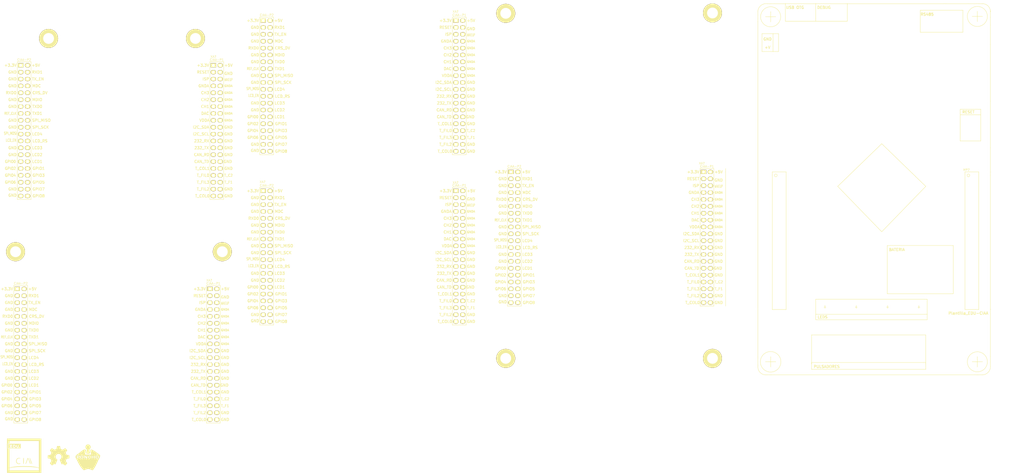
<source format=kicad_pcb>
(kicad_pcb (version 4) (host pcbnew 4.0.2+dfsg1-2~bpo8+1-stable)

  (general
    (links 0)
    (no_connects 0)
    (area 12.407601 15.703279 389.454566 193.6948)
    (thickness 1.6)
    (drawings 10)
    (tracks 0)
    (zones 0)
    (modules 10)
    (nets 1)
  )

  (page A4)
  (title_block
    (title Muestrario)
    (date 2016-08-10)
    (company "Diego Brengi (INTI/UNLaM)")
  )

  (layers
    (0 F.Cu signal)
    (31 B.Cu signal)
    (32 B.Adhes user)
    (33 F.Adhes user)
    (34 B.Paste user)
    (35 F.Paste user)
    (36 B.SilkS user)
    (37 F.SilkS user)
    (38 B.Mask user)
    (39 F.Mask user)
    (40 Dwgs.User user)
    (41 Cmts.User user)
    (42 Eco1.User user)
    (43 Eco2.User user)
    (44 Edge.Cuts user)
    (45 Margin user)
    (46 B.CrtYd user)
    (47 F.CrtYd user)
    (48 B.Fab user)
    (49 F.Fab user)
  )

  (setup
    (last_trace_width 0.25)
    (trace_clearance 0.2)
    (zone_clearance 0.508)
    (zone_45_only no)
    (trace_min 0.2)
    (segment_width 0.2)
    (edge_width 0.15)
    (via_size 0.6)
    (via_drill 0.4)
    (via_min_size 0.4)
    (via_min_drill 0.3)
    (uvia_size 0.3)
    (uvia_drill 0.1)
    (uvias_allowed no)
    (uvia_min_size 0.2)
    (uvia_min_drill 0.1)
    (pcb_text_width 0.3)
    (pcb_text_size 1.5 1.5)
    (mod_edge_width 0.15)
    (mod_text_size 1 1)
    (mod_text_width 0.15)
    (pad_size 1.524 1.524)
    (pad_drill 0.762)
    (pad_to_mask_clearance 0.2)
    (aux_axis_origin 0 0)
    (visible_elements 7FFFFFFF)
    (pcbplotparams
      (layerselection 0x00030_80000001)
      (usegerberextensions false)
      (excludeedgelayer true)
      (linewidth 0.100000)
      (plotframeref false)
      (viasonmask false)
      (mode 1)
      (useauxorigin false)
      (hpglpennumber 1)
      (hpglpenspeed 20)
      (hpglpendiameter 15)
      (hpglpenoverlay 2)
      (psnegative false)
      (psa4output false)
      (plotreference true)
      (plotvalue true)
      (plotinvisibletext false)
      (padsonsilk false)
      (subtractmaskfromsilk false)
      (outputformat 1)
      (mirror false)
      (drillshape 1)
      (scaleselection 1)
      (outputdirectory ""))
  )

  (net 0 "")

  (net_class Default "This is the default net class."
    (clearance 0.2)
    (trace_width 0.25)
    (via_dia 0.6)
    (via_drill 0.4)
    (uvia_dia 0.3)
    (uvia_drill 0.1)
  )

  (module Poncho_Esqueleto:Conn_Poncho_Chico (layer F.Cu) (tedit 560F0D1C) (tstamp 57AA9B64)
    (at 180.975 23.495)
    (tags "CONN Poncho")
    (fp_text reference XA? (at -0.127 -3.302) (layer F.SilkS)
      (effects (font (size 0.8 0.8) (thickness 0.12)))
    )
    (fp_text value Conn_Poncho_Chico (at -1.905 51.181) (layer F.SilkS) hide
      (effects (font (size 1.016 1.016) (thickness 0.2032)))
    )
    (fp_line (start -78.105 54.61) (end -78.105 -6.35) (layer Dwgs.User) (width 0.15))
    (fp_line (start 8.255 54.61) (end 8.255 -6.35) (layer Dwgs.User) (width 0.15))
    (fp_line (start 8.255 -6.35) (end -78.105 -6.35) (layer Dwgs.User) (width 0.15))
    (fp_line (start 8.255 54.61) (end -78.105 54.61) (layer Dwgs.User) (width 0.15))
    (fp_text user GPIO8 (at -64.516 48.26) (layer F.SilkS)
      (effects (font (size 1 1) (thickness 0.2)))
    )
    (fp_text user GPIO7 (at -64.516 45.72) (layer F.SilkS)
      (effects (font (size 1 1) (thickness 0.2)))
    )
    (fp_text user GPIO5 (at -64.516 43.18) (layer F.SilkS)
      (effects (font (size 1 1) (thickness 0.2)))
    )
    (fp_text user GPIO3 (at -64.516 40.64) (layer F.SilkS)
      (effects (font (size 1 1) (thickness 0.2)))
    )
    (fp_text user GPIO1 (at -64.516 38.1) (layer F.SilkS)
      (effects (font (size 1 1) (thickness 0.2)))
    )
    (fp_text user LCD1 (at -65.024 35.56) (layer F.SilkS)
      (effects (font (size 1 1) (thickness 0.2)))
    )
    (fp_text user LCD2 (at -65.024 33.02) (layer F.SilkS)
      (effects (font (size 1 1) (thickness 0.2)))
    )
    (fp_text user LCD3 (at -65.024 30.48) (layer F.SilkS)
      (effects (font (size 1 1) (thickness 0.2)))
    )
    (fp_text user LCD_RS (at -64.008 27.94) (layer F.SilkS)
      (effects (font (size 1 1) (thickness 0.2)))
    )
    (fp_text user LCD4 (at -65.024 25.4) (layer F.SilkS)
      (effects (font (size 1 1) (thickness 0.2)))
    )
    (fp_text user SPI_SCK (at -63.754 22.86) (layer F.SilkS)
      (effects (font (size 1 1) (thickness 0.2)))
    )
    (fp_text user SPI_MISO (at -63.5 20.32) (layer F.SilkS)
      (effects (font (size 1 1) (thickness 0.2)))
    )
    (fp_text user TXD1 (at -65.024 17.78) (layer F.SilkS)
      (effects (font (size 1 1) (thickness 0.2)))
    )
    (fp_text user TXD0 (at -65.024 15.24) (layer F.SilkS)
      (effects (font (size 1 1) (thickness 0.2)))
    )
    (fp_text user MDIO (at -65.024 12.7) (layer F.SilkS)
      (effects (font (size 1 1) (thickness 0.2)))
    )
    (fp_text user CRS_DV (at -64.008 10.16) (layer F.SilkS)
      (effects (font (size 1 1) (thickness 0.2)))
    )
    (fp_text user MDC (at -65.278 7.62) (layer F.SilkS)
      (effects (font (size 1 1) (thickness 0.2)))
    )
    (fp_text user TX_EN (at -64.77 5.08) (layer F.SilkS)
      (effects (font (size 1 1) (thickness 0.2)))
    )
    (fp_text user RXD1 (at -65.024 2.54) (layer F.SilkS)
      (effects (font (size 1 1) (thickness 0.2)))
    )
    (fp_text user +5V (at -65.532 0) (layer F.SilkS)
      (effects (font (size 1 1) (thickness 0.2)))
    )
    (fp_text user GND (at -74.168 48.006) (layer F.SilkS)
      (effects (font (size 1 1) (thickness 0.2)))
    )
    (fp_text user GND (at -74.168 45.72) (layer F.SilkS)
      (effects (font (size 1 1) (thickness 0.2)))
    )
    (fp_text user GPIO6 (at -74.93 43.18) (layer F.SilkS)
      (effects (font (size 1 0.9) (thickness 0.2)))
    )
    (fp_text user GPIO4 (at -74.93 40.64) (layer F.SilkS)
      (effects (font (size 1 0.9) (thickness 0.2)))
    )
    (fp_text user GPIO2 (at -74.93 38.1) (layer F.SilkS)
      (effects (font (size 1 0.9) (thickness 0.2)))
    )
    (fp_text user GPIO0 (at -74.93 35.56) (layer F.SilkS)
      (effects (font (size 1 0.9) (thickness 0.2)))
    )
    (fp_text user GND (at -74.168 33.02) (layer F.SilkS)
      (effects (font (size 1 1) (thickness 0.2)))
    )
    (fp_text user GND (at -74.168 30.48) (layer F.SilkS)
      (effects (font (size 1 1) (thickness 0.2)))
    )
    (fp_text user LCD_EN (at -74.676 27.686) (layer F.SilkS)
      (effects (font (size 1 0.7) (thickness 0.17)))
    )
    (fp_text user SPI_MOSI (at -74.93 25.146) (layer F.SilkS)
      (effects (font (size 1 0.7) (thickness 0.17)))
    )
    (fp_text user GND (at -74.168 22.86) (layer F.SilkS)
      (effects (font (size 1 1) (thickness 0.2)))
    )
    (fp_text user GND (at -74.168 20.32) (layer F.SilkS)
      (effects (font (size 1 1) (thickness 0.2)))
    )
    (fp_text user REF_CLK (at -74.93 17.78) (layer F.SilkS)
      (effects (font (size 0.9 0.7) (thickness 0.175)))
    )
    (fp_text user GND (at -74.168 15.24) (layer F.SilkS)
      (effects (font (size 1 1) (thickness 0.2)))
    )
    (fp_text user GND (at -74.168 12.7) (layer F.SilkS)
      (effects (font (size 1 1) (thickness 0.2)))
    )
    (fp_text user GND (at -74.168 7.62) (layer F.SilkS)
      (effects (font (size 1 1) (thickness 0.2)))
    )
    (fp_text user RXD0 (at -74.676 10.16) (layer F.SilkS)
      (effects (font (size 1 1) (thickness 0.2)))
    )
    (fp_text user GND (at -74.168 5.08) (layer F.SilkS)
      (effects (font (size 1 1) (thickness 0.2)))
    )
    (fp_text user GND (at -74.168 2.54) (layer F.SilkS)
      (effects (font (size 1 1) (thickness 0.2)))
    )
    (fp_text user +3.3V (at -74.93 0) (layer F.SilkS)
      (effects (font (size 1 1) (thickness 0.2)))
    )
    (fp_text user GND (at 5.588 48.26) (layer F.SilkS)
      (effects (font (size 1 1) (thickness 0.2)))
    )
    (fp_text user GND (at 5.588 45.72) (layer F.SilkS)
      (effects (font (size 1 1) (thickness 0.2)))
    )
    (fp_text user T_F1 (at 5.588 43.18) (layer F.SilkS)
      (effects (font (size 0.9 0.9) (thickness 0.18)))
    )
    (fp_text user T_C2 (at 5.588 40.64) (layer F.SilkS)
      (effects (font (size 0.9 0.9) (thickness 0.18)))
    )
    (fp_text user GND (at 5.588 38.1) (layer F.SilkS)
      (effects (font (size 1 1) (thickness 0.2)))
    )
    (fp_text user GND (at 5.334 35.56) (layer F.SilkS)
      (effects (font (size 1 1) (thickness 0.2)))
    )
    (fp_text user GND (at 5.588 33.02) (layer F.SilkS)
      (effects (font (size 1 1) (thickness 0.2)))
    )
    (fp_text user GND (at 5.588 30.48) (layer F.SilkS)
      (effects (font (size 1 1) (thickness 0.2)))
    )
    (fp_text user GND (at 5.588 27.94) (layer F.SilkS)
      (effects (font (size 1 1) (thickness 0.2)))
    )
    (fp_text user GND (at 5.588 25.4) (layer F.SilkS)
      (effects (font (size 1 1) (thickness 0.2)))
    )
    (fp_text user GND (at 5.588 22.86) (layer F.SilkS)
      (effects (font (size 1 1) (thickness 0.2)))
    )
    (fp_text user GNDA (at 5.588 20.32) (layer F.SilkS)
      (effects (font (size 0.76 0.76) (thickness 0.19)))
    )
    (fp_text user GNDA (at 5.588 17.78) (layer F.SilkS)
      (effects (font (size 0.76 0.76) (thickness 0.19)))
    )
    (fp_text user GNDA (at 5.588 15.24) (layer F.SilkS)
      (effects (font (size 0.76 0.76) (thickness 0.19)))
    )
    (fp_text user GNDA (at 5.588 12.7) (layer F.SilkS)
      (effects (font (size 0.76 0.76) (thickness 0.19)))
    )
    (fp_text user GNDA (at 5.588 10.16) (layer F.SilkS)
      (effects (font (size 0.76 0.76) (thickness 0.19)))
    )
    (fp_text user GNDA (at 5.588 7.62) (layer F.SilkS)
      (effects (font (size 0.76 0.76) (thickness 0.19)))
    )
    (fp_text user WAKEUP (at 5.588 5.334) (layer F.SilkS)
      (effects (font (size 1 0.5) (thickness 0.125)))
    )
    (fp_text user GND (at 5.588 3.048) (layer F.SilkS)
      (effects (font (size 1 1) (thickness 0.2)))
    )
    (fp_text user +5V (at 5.588 0) (layer F.SilkS)
      (effects (font (size 1 1) (thickness 0.2)))
    )
    (fp_text user T_COL0 (at -4.064 48.26) (layer F.SilkS)
      (effects (font (size 1 1) (thickness 0.2)))
    )
    (fp_text user T_FIL2 (at -3.81 45.72) (layer F.SilkS)
      (effects (font (size 1 1) (thickness 0.2)))
    )
    (fp_text user T_FIL3 (at -3.81 43.18) (layer F.SilkS)
      (effects (font (size 1 1) (thickness 0.2)))
    )
    (fp_text user T_FIL0 (at -3.81 40.64) (layer F.SilkS)
      (effects (font (size 1 1) (thickness 0.2)))
    )
    (fp_text user T_COL1 (at -4.064 38.1) (layer F.SilkS)
      (effects (font (size 1 1) (thickness 0.2)))
    )
    (fp_text user CAN_TD (at -4.318 35.56) (layer F.SilkS)
      (effects (font (size 1 1) (thickness 0.2)))
    )
    (fp_text user CAN_RD (at -4.318 33.02) (layer F.SilkS)
      (effects (font (size 1 1) (thickness 0.2)))
    )
    (fp_text user 232_TX (at -4.318 30.48) (layer F.SilkS)
      (effects (font (size 1 1) (thickness 0.2)))
    )
    (fp_text user 232_RX (at -4.318 27.94) (layer F.SilkS)
      (effects (font (size 1 1) (thickness 0.2)))
    )
    (fp_text user I2C_SCL (at -4.572 25.4) (layer F.SilkS)
      (effects (font (size 1 1) (thickness 0.2)))
    )
    (fp_text user I2C_SDA (at -4.572 22.86) (layer F.SilkS)
      (effects (font (size 1 1) (thickness 0.2)))
    )
    (fp_text user VDDA (at -3.302 20.32) (layer F.SilkS)
      (effects (font (size 1 1) (thickness 0.2)))
    )
    (fp_text user DAC (at -3.048 17.78) (layer F.SilkS)
      (effects (font (size 1 1) (thickness 0.2)))
    )
    (fp_text user CH1 (at -3.048 15.24) (layer F.SilkS)
      (effects (font (size 1 1) (thickness 0.2)))
    )
    (fp_text user CH2 (at -3.048 12.7) (layer F.SilkS)
      (effects (font (size 1 1) (thickness 0.2)))
    )
    (fp_text user CH3 (at -3.048 10.16) (layer F.SilkS)
      (effects (font (size 1 1) (thickness 0.2)))
    )
    (fp_text user GNDA (at -3.556 7.62) (layer F.SilkS)
      (effects (font (size 1 1) (thickness 0.2)))
    )
    (fp_text user ISP (at -2.794 5.08) (layer F.SilkS)
      (effects (font (size 1 1) (thickness 0.2)))
    )
    (fp_text user RESET (at -3.81 2.54) (layer F.SilkS)
      (effects (font (size 1 1) (thickness 0.2)))
    )
    (fp_text user CIAA-P2 (at -69.85 -2.032) (layer F.SilkS)
      (effects (font (size 0.8 0.8) (thickness 0.12)))
    )
    (fp_text user CIAA-P1 (at 1.27 -2.032) (layer F.SilkS)
      (effects (font (size 0.8 0.8) (thickness 0.12)))
    )
    (fp_text user +3.3V (at -3.81 0) (layer F.SilkS)
      (effects (font (size 1 1) (thickness 0.2)))
    )
    (fp_line (start -72.39 0) (end -72.39 -1.27) (layer F.SilkS) (width 0.15))
    (fp_line (start -72.39 -1.27) (end -67.31 -1.27) (layer F.SilkS) (width 0.15))
    (fp_line (start -67.31 -1.27) (end -67.31 49.53) (layer F.SilkS) (width 0.15))
    (fp_line (start -67.31 49.53) (end -72.39 49.53) (layer F.SilkS) (width 0.15))
    (fp_line (start -72.39 49.53) (end -72.39 0) (layer F.SilkS) (width 0.15))
    (fp_line (start -1.27 49.53) (end -1.27 -1.27) (layer F.SilkS) (width 0.15))
    (fp_line (start 3.81 49.53) (end 3.81 -1.27) (layer F.SilkS) (width 0.15))
    (fp_line (start 3.81 49.53) (end -1.27 49.53) (layer F.SilkS) (width 0.15))
    (fp_line (start 3.81 -1.27) (end -1.27 -1.27) (layer F.SilkS) (width 0.15))
    (pad 1 thru_hole rect (at 0 0 270) (size 1.524 2) (drill 1.016) (layers *.Cu *.Mask F.SilkS))
    (pad 2 thru_hole oval (at 2.54 0 270) (size 1.524 2) (drill 1.016) (layers *.Cu *.Mask F.SilkS))
    (pad 11 thru_hole oval (at 0 12.7 270) (size 1.524 2) (drill 1.016) (layers *.Cu *.Mask F.SilkS))
    (pad 4 thru_hole oval (at 2.54 2.54 270) (size 1.524 2) (drill 1.016) (layers *.Cu *.Mask F.SilkS))
    (pad 13 thru_hole oval (at 0 15.24 270) (size 1.524 2) (drill 1.016) (layers *.Cu *.Mask F.SilkS))
    (pad 6 thru_hole oval (at 2.54 5.08 270) (size 1.524 2) (drill 1.016) (layers *.Cu *.Mask F.SilkS))
    (pad 15 thru_hole oval (at 0 17.78 270) (size 1.524 2) (drill 1.016) (layers *.Cu *.Mask F.SilkS))
    (pad 8 thru_hole oval (at 2.54 7.62 270) (size 1.524 2) (drill 1.016) (layers *.Cu *.Mask F.SilkS))
    (pad 17 thru_hole oval (at 0 20.32 270) (size 1.524 2) (drill 1.016) (layers *.Cu *.Mask F.SilkS))
    (pad 10 thru_hole oval (at 2.54 10.16 270) (size 1.524 2) (drill 1.016) (layers *.Cu *.Mask F.SilkS))
    (pad 19 thru_hole oval (at 0 22.86 270) (size 1.524 2) (drill 1.016) (layers *.Cu *.Mask F.SilkS))
    (pad 12 thru_hole oval (at 2.54 12.7 270) (size 1.524 2) (drill 1.016) (layers *.Cu *.Mask F.SilkS))
    (pad 21 thru_hole oval (at 0 25.4 270) (size 1.524 2) (drill 1.016) (layers *.Cu *.Mask F.SilkS))
    (pad 14 thru_hole oval (at 2.54 15.24 270) (size 1.524 2) (drill 1.016) (layers *.Cu *.Mask F.SilkS))
    (pad 23 thru_hole oval (at 0 27.94 270) (size 1.524 2) (drill 1.016) (layers *.Cu *.Mask F.SilkS))
    (pad 16 thru_hole oval (at 2.54 17.78 270) (size 1.524 2) (drill 1.016) (layers *.Cu *.Mask F.SilkS))
    (pad 25 thru_hole oval (at 0 30.48 270) (size 1.524 2) (drill 1.016) (layers *.Cu *.Mask F.SilkS))
    (pad 18 thru_hole oval (at 2.54 20.32 270) (size 1.524 2) (drill 1.016) (layers *.Cu *.Mask F.SilkS))
    (pad 27 thru_hole oval (at 0 33.02 270) (size 1.524 2) (drill 1.016) (layers *.Cu *.Mask F.SilkS))
    (pad 20 thru_hole oval (at 2.54 22.86 270) (size 1.524 2) (drill 1.016) (layers *.Cu *.Mask F.SilkS))
    (pad 29 thru_hole oval (at 0 35.56 270) (size 1.524 2) (drill 1.016) (layers *.Cu *.Mask F.SilkS))
    (pad 22 thru_hole oval (at 2.54 25.4 270) (size 1.524 2) (drill 1.016) (layers *.Cu *.Mask F.SilkS))
    (pad 31 thru_hole oval (at 0 38.1 270) (size 1.524 2) (drill 1.016) (layers *.Cu *.Mask F.SilkS))
    (pad 24 thru_hole oval (at 2.54 27.94 270) (size 1.524 2) (drill 1.016) (layers *.Cu *.Mask F.SilkS))
    (pad 26 thru_hole oval (at 2.54 30.48 270) (size 1.524 2) (drill 1.016) (layers *.Cu *.Mask F.SilkS))
    (pad 33 thru_hole oval (at 0 40.64 270) (size 1.524 2) (drill 1.016) (layers *.Cu *.Mask F.SilkS))
    (pad 28 thru_hole oval (at 2.54 33.02 270) (size 1.524 2) (drill 1.016) (layers *.Cu *.Mask F.SilkS))
    (pad 32 thru_hole oval (at 2.54 38.1 270) (size 1.524 2) (drill 1.016) (layers *.Cu *.Mask F.SilkS))
    (pad 34 thru_hole oval (at 2.54 40.64 270) (size 1.524 2) (drill 1.016) (layers *.Cu *.Mask F.SilkS))
    (pad 36 thru_hole oval (at 2.54 43.18 270) (size 1.524 2) (drill 1.016) (layers *.Cu *.Mask F.SilkS))
    (pad 38 thru_hole oval (at 2.54 45.72 270) (size 1.524 2) (drill 1.016) (layers *.Cu *.Mask F.SilkS))
    (pad 35 thru_hole oval (at 0 43.18 270) (size 1.524 2) (drill 1.016) (layers *.Cu *.Mask F.SilkS))
    (pad 37 thru_hole oval (at 0 45.72 270) (size 1.524 2) (drill 1.016) (layers *.Cu *.Mask F.SilkS))
    (pad 3 thru_hole oval (at 0 2.54 270) (size 1.524 2) (drill 1.016) (layers *.Cu *.Mask F.SilkS))
    (pad 5 thru_hole oval (at 0 5.08 270) (size 1.524 2) (drill 1.016) (layers *.Cu *.Mask F.SilkS))
    (pad 7 thru_hole oval (at 0 7.62 270) (size 1.524 2) (drill 1.016) (layers *.Cu *.Mask F.SilkS))
    (pad 9 thru_hole oval (at 0 10.16 270) (size 1.524 2) (drill 1.016) (layers *.Cu *.Mask F.SilkS))
    (pad 39 thru_hole oval (at 0 48.26 270) (size 1.524 2) (drill 1.016) (layers *.Cu *.Mask F.SilkS))
    (pad 40 thru_hole oval (at 2.54 48.26 270) (size 1.524 2) (drill 1.016) (layers *.Cu *.Mask F.SilkS))
    (pad 30 thru_hole oval (at 2.54 35.56 270) (size 1.524 2) (drill 1.016) (layers *.Cu *.Mask F.SilkS))
    (pad 41 thru_hole rect (at -71.12 0 270) (size 1.524 2) (drill 1.016) (layers *.Cu *.Mask F.SilkS))
    (pad 42 thru_hole oval (at -68.58 0 270) (size 1.524 2) (drill 1.016) (layers *.Cu *.Mask F.SilkS))
    (pad 43 thru_hole oval (at -71.12 2.54 270) (size 1.524 2) (drill 1.016) (layers *.Cu *.Mask F.SilkS))
    (pad 44 thru_hole oval (at -68.58 2.54 270) (size 1.524 2) (drill 1.016) (layers *.Cu *.Mask F.SilkS))
    (pad 45 thru_hole oval (at -71.12 5.08 270) (size 1.524 2) (drill 1.016) (layers *.Cu *.Mask F.SilkS))
    (pad 46 thru_hole oval (at -68.58 5.08 270) (size 1.524 2) (drill 1.016) (layers *.Cu *.Mask F.SilkS))
    (pad 47 thru_hole oval (at -71.12 7.62 270) (size 1.524 2) (drill 1.016) (layers *.Cu *.Mask F.SilkS))
    (pad 48 thru_hole oval (at -68.58 7.62 270) (size 1.524 2) (drill 1.016) (layers *.Cu *.Mask F.SilkS))
    (pad 49 thru_hole oval (at -71.12 10.16 270) (size 1.524 2) (drill 1.016) (layers *.Cu *.Mask F.SilkS))
    (pad 50 thru_hole oval (at -68.58 10.16 270) (size 1.524 2) (drill 1.016) (layers *.Cu *.Mask F.SilkS))
    (pad 51 thru_hole oval (at -71.12 12.7 270) (size 1.524 2) (drill 1.016) (layers *.Cu *.Mask F.SilkS))
    (pad 52 thru_hole oval (at -68.58 12.7 270) (size 1.524 2) (drill 1.016) (layers *.Cu *.Mask F.SilkS))
    (pad 53 thru_hole oval (at -71.12 15.24 270) (size 1.524 2) (drill 1.016) (layers *.Cu *.Mask F.SilkS))
    (pad 54 thru_hole oval (at -68.58 15.24 270) (size 1.524 2) (drill 1.016) (layers *.Cu *.Mask F.SilkS))
    (pad 55 thru_hole oval (at -71.12 17.78 270) (size 1.524 2) (drill 1.016) (layers *.Cu *.Mask F.SilkS))
    (pad 56 thru_hole oval (at -68.58 17.78 270) (size 1.524 2) (drill 1.016) (layers *.Cu *.Mask F.SilkS))
    (pad 57 thru_hole oval (at -71.12 20.32 270) (size 1.524 2) (drill 1.016) (layers *.Cu *.Mask F.SilkS))
    (pad 58 thru_hole oval (at -68.58 20.32 270) (size 1.524 2) (drill 1.016) (layers *.Cu *.Mask F.SilkS))
    (pad 59 thru_hole oval (at -71.12 22.86 270) (size 1.524 2) (drill 1.016) (layers *.Cu *.Mask F.SilkS))
    (pad 60 thru_hole oval (at -68.58 22.86 270) (size 1.524 2) (drill 1.016) (layers *.Cu *.Mask F.SilkS))
    (pad 61 thru_hole oval (at -71.12 25.4 270) (size 1.524 2) (drill 1.016) (layers *.Cu *.Mask F.SilkS))
    (pad 62 thru_hole oval (at -68.58 25.4 270) (size 1.524 2) (drill 1.016) (layers *.Cu *.Mask F.SilkS))
    (pad 63 thru_hole oval (at -71.12 27.94 270) (size 1.524 2) (drill 1.016) (layers *.Cu *.Mask F.SilkS))
    (pad 64 thru_hole oval (at -68.58 27.94 270) (size 1.524 2) (drill 1.016) (layers *.Cu *.Mask F.SilkS))
    (pad 65 thru_hole oval (at -71.12 30.48 270) (size 1.524 2) (drill 1.016) (layers *.Cu *.Mask F.SilkS))
    (pad 66 thru_hole oval (at -68.58 30.48 270) (size 1.524 2) (drill 1.016) (layers *.Cu *.Mask F.SilkS))
    (pad 67 thru_hole oval (at -71.12 33.02 270) (size 1.524 2) (drill 1.016) (layers *.Cu *.Mask F.SilkS))
    (pad 68 thru_hole oval (at -68.58 33.02 270) (size 1.524 2) (drill 1.016) (layers *.Cu *.Mask F.SilkS))
    (pad 69 thru_hole oval (at -71.12 35.56 270) (size 1.524 2) (drill 1.016) (layers *.Cu *.Mask F.SilkS))
    (pad 70 thru_hole oval (at -68.58 35.56 270) (size 1.524 2) (drill 1.016) (layers *.Cu *.Mask F.SilkS))
    (pad 71 thru_hole oval (at -71.12 38.1 270) (size 1.524 2) (drill 1.016) (layers *.Cu *.Mask F.SilkS))
    (pad 72 thru_hole oval (at -68.58 38.1 270) (size 1.524 2) (drill 1.016) (layers *.Cu *.Mask F.SilkS))
    (pad 73 thru_hole oval (at -71.12 40.64 270) (size 1.524 2) (drill 1.016) (layers *.Cu *.Mask F.SilkS))
    (pad 74 thru_hole oval (at -68.58 40.64 270) (size 1.524 2) (drill 1.016) (layers *.Cu *.Mask F.SilkS))
    (pad 75 thru_hole oval (at -71.12 43.18 270) (size 1.524 2) (drill 1.016) (layers *.Cu *.Mask F.SilkS))
    (pad 76 thru_hole oval (at -68.58 43.18 270) (size 1.524 2) (drill 1.016) (layers *.Cu *.Mask F.SilkS))
    (pad 77 thru_hole oval (at -71.12 45.72 270) (size 1.524 2) (drill 1.016) (layers *.Cu *.Mask F.SilkS))
    (pad 78 thru_hole oval (at -68.58 45.72 270) (size 1.524 2) (drill 1.016) (layers *.Cu *.Mask F.SilkS))
    (pad 79 thru_hole oval (at -71.12 48.26 270) (size 1.524 2) (drill 1.016) (layers *.Cu *.Mask F.SilkS))
    (pad 80 thru_hole oval (at -68.58 48.26 270) (size 1.524 2) (drill 1.016) (layers *.Cu *.Mask F.SilkS))
  )

  (module Poncho_Esqueleto:Conn_Poncho_Completo (layer F.Cu) (tedit 560F0CBC) (tstamp 57AAA26D)
    (at 272.415 79.375)
    (tags "CONN Poncho")
    (fp_text reference XA? (at -0.635 -3.175) (layer F.SilkS)
      (effects (font (size 0.8 0.8) (thickness 0.12)))
    )
    (fp_text value Conn_Poncho_Completo (at -1.905 51.181) (layer F.SilkS) hide
      (effects (font (size 1.016 1.016) (thickness 0.2032)))
    )
    (fp_line (start 8.128 -60.452) (end 8.128 70.485) (layer Dwgs.User) (width 0.15))
    (fp_line (start -74.295 -63.373) (end 5.207 -63.373) (layer Dwgs.User) (width 0.15))
    (fp_line (start -77.724 70.612) (end -77.724 -60.706) (layer Dwgs.User) (width 0.15))
    (fp_line (start 5.207 73.66) (end -74.93 73.66) (layer Dwgs.User) (width 0.15))
    (fp_arc (start -74.803 70.739) (end -74.93 73.66) (angle 90) (layer Dwgs.User) (width 0.15))
    (fp_arc (start 5.08 70.612) (end 8.128 70.485) (angle 90) (layer Dwgs.User) (width 0.15))
    (fp_arc (start 5.207 -60.452) (end 5.207 -63.373) (angle 90) (layer Dwgs.User) (width 0.15))
    (fp_arc (start -74.676 -60.325) (end -77.724 -60.706) (angle 90) (layer Dwgs.User) (width 0.15))
    (fp_text user GPIO8 (at -64.516 48.26) (layer F.SilkS)
      (effects (font (size 1 1) (thickness 0.2)))
    )
    (fp_text user GPIO7 (at -64.516 45.72) (layer F.SilkS)
      (effects (font (size 1 1) (thickness 0.2)))
    )
    (fp_text user GPIO5 (at -64.516 43.18) (layer F.SilkS)
      (effects (font (size 1 1) (thickness 0.2)))
    )
    (fp_text user GPIO3 (at -64.516 40.64) (layer F.SilkS)
      (effects (font (size 1 1) (thickness 0.2)))
    )
    (fp_text user GPIO1 (at -64.516 38.1) (layer F.SilkS)
      (effects (font (size 1 1) (thickness 0.2)))
    )
    (fp_text user LCD1 (at -65.024 35.56) (layer F.SilkS)
      (effects (font (size 1 1) (thickness 0.2)))
    )
    (fp_text user LCD2 (at -65.024 33.02) (layer F.SilkS)
      (effects (font (size 1 1) (thickness 0.2)))
    )
    (fp_text user LCD3 (at -65.024 30.48) (layer F.SilkS)
      (effects (font (size 1 1) (thickness 0.2)))
    )
    (fp_text user LCD_RS (at -64.008 27.94) (layer F.SilkS)
      (effects (font (size 1 1) (thickness 0.2)))
    )
    (fp_text user LCD4 (at -65.024 25.4) (layer F.SilkS)
      (effects (font (size 1 1) (thickness 0.2)))
    )
    (fp_text user SPI_SCK (at -63.754 22.86) (layer F.SilkS)
      (effects (font (size 1 1) (thickness 0.2)))
    )
    (fp_text user SPI_MISO (at -63.5 20.32) (layer F.SilkS)
      (effects (font (size 1 1) (thickness 0.2)))
    )
    (fp_text user TXD1 (at -65.024 17.78) (layer F.SilkS)
      (effects (font (size 1 1) (thickness 0.2)))
    )
    (fp_text user TXD0 (at -65.024 15.24) (layer F.SilkS)
      (effects (font (size 1 1) (thickness 0.2)))
    )
    (fp_text user MDIO (at -65.024 12.7) (layer F.SilkS)
      (effects (font (size 1 1) (thickness 0.2)))
    )
    (fp_text user CRS_DV (at -64.008 10.16) (layer F.SilkS)
      (effects (font (size 1 1) (thickness 0.2)))
    )
    (fp_text user MDC (at -65.278 7.62) (layer F.SilkS)
      (effects (font (size 1 1) (thickness 0.2)))
    )
    (fp_text user TX_EN (at -64.77 5.08) (layer F.SilkS)
      (effects (font (size 1 1) (thickness 0.2)))
    )
    (fp_text user RXD1 (at -65.024 2.54) (layer F.SilkS)
      (effects (font (size 1 1) (thickness 0.2)))
    )
    (fp_text user +5V (at -65.532 0) (layer F.SilkS)
      (effects (font (size 1 1) (thickness 0.2)))
    )
    (fp_text user GND (at -74.168 48.006) (layer F.SilkS)
      (effects (font (size 1 1) (thickness 0.2)))
    )
    (fp_text user GND (at -74.168 45.72) (layer F.SilkS)
      (effects (font (size 1 1) (thickness 0.2)))
    )
    (fp_text user GPIO6 (at -74.93 43.18) (layer F.SilkS)
      (effects (font (size 1 0.9) (thickness 0.2)))
    )
    (fp_text user GPIO4 (at -74.93 40.64) (layer F.SilkS)
      (effects (font (size 1 0.9) (thickness 0.2)))
    )
    (fp_text user GPIO2 (at -74.93 38.1) (layer F.SilkS)
      (effects (font (size 1 0.9) (thickness 0.2)))
    )
    (fp_text user GPIO0 (at -74.93 35.56) (layer F.SilkS)
      (effects (font (size 1 0.9) (thickness 0.2)))
    )
    (fp_text user GND (at -74.168 33.02) (layer F.SilkS)
      (effects (font (size 1 1) (thickness 0.2)))
    )
    (fp_text user GND (at -74.168 30.48) (layer F.SilkS)
      (effects (font (size 1 1) (thickness 0.2)))
    )
    (fp_text user LCD_EN (at -74.676 27.686) (layer F.SilkS)
      (effects (font (size 1 0.7) (thickness 0.17)))
    )
    (fp_text user SPI_MOSI (at -74.93 25.146) (layer F.SilkS)
      (effects (font (size 1 0.7) (thickness 0.17)))
    )
    (fp_text user GND (at -74.168 22.86) (layer F.SilkS)
      (effects (font (size 1 1) (thickness 0.2)))
    )
    (fp_text user GND (at -74.168 20.32) (layer F.SilkS)
      (effects (font (size 1 1) (thickness 0.2)))
    )
    (fp_text user REF_CLK (at -74.93 17.78) (layer F.SilkS)
      (effects (font (size 0.9 0.7) (thickness 0.175)))
    )
    (fp_text user GND (at -74.168 15.24) (layer F.SilkS)
      (effects (font (size 1 1) (thickness 0.2)))
    )
    (fp_text user GND (at -74.168 12.7) (layer F.SilkS)
      (effects (font (size 1 1) (thickness 0.2)))
    )
    (fp_text user GND (at -74.168 7.62) (layer F.SilkS)
      (effects (font (size 1 1) (thickness 0.2)))
    )
    (fp_text user RXD0 (at -74.676 10.16) (layer F.SilkS)
      (effects (font (size 1 1) (thickness 0.2)))
    )
    (fp_text user GND (at -74.168 5.08) (layer F.SilkS)
      (effects (font (size 1 1) (thickness 0.2)))
    )
    (fp_text user GND (at -74.168 2.54) (layer F.SilkS)
      (effects (font (size 1 1) (thickness 0.2)))
    )
    (fp_text user +3.3V (at -74.93 0) (layer F.SilkS)
      (effects (font (size 1 1) (thickness 0.2)))
    )
    (fp_text user GND (at 5.588 48.26) (layer F.SilkS)
      (effects (font (size 1 1) (thickness 0.2)))
    )
    (fp_text user GND (at 5.588 45.72) (layer F.SilkS)
      (effects (font (size 1 1) (thickness 0.2)))
    )
    (fp_text user T_F1 (at 5.588 43.18) (layer F.SilkS)
      (effects (font (size 0.9 0.9) (thickness 0.18)))
    )
    (fp_text user T_C2 (at 5.588 40.64) (layer F.SilkS)
      (effects (font (size 0.9 0.9) (thickness 0.18)))
    )
    (fp_text user GND (at 5.588 38.1) (layer F.SilkS)
      (effects (font (size 1 1) (thickness 0.2)))
    )
    (fp_text user GND (at 5.334 35.56) (layer F.SilkS)
      (effects (font (size 1 1) (thickness 0.2)))
    )
    (fp_text user GND (at 5.588 33.02) (layer F.SilkS)
      (effects (font (size 1 1) (thickness 0.2)))
    )
    (fp_text user GND (at 5.588 30.48) (layer F.SilkS)
      (effects (font (size 1 1) (thickness 0.2)))
    )
    (fp_text user GND (at 5.588 27.94) (layer F.SilkS)
      (effects (font (size 1 1) (thickness 0.2)))
    )
    (fp_text user GND (at 5.588 25.4) (layer F.SilkS)
      (effects (font (size 1 1) (thickness 0.2)))
    )
    (fp_text user GND (at 5.588 22.86) (layer F.SilkS)
      (effects (font (size 1 1) (thickness 0.2)))
    )
    (fp_text user GNDA (at 5.588 20.32) (layer F.SilkS)
      (effects (font (size 0.76 0.76) (thickness 0.19)))
    )
    (fp_text user GNDA (at 5.588 17.78) (layer F.SilkS)
      (effects (font (size 0.76 0.76) (thickness 0.19)))
    )
    (fp_text user GNDA (at 5.588 15.24) (layer F.SilkS)
      (effects (font (size 0.76 0.76) (thickness 0.19)))
    )
    (fp_text user GNDA (at 5.588 12.7) (layer F.SilkS)
      (effects (font (size 0.76 0.76) (thickness 0.19)))
    )
    (fp_text user GNDA (at 5.588 10.16) (layer F.SilkS)
      (effects (font (size 0.76 0.76) (thickness 0.19)))
    )
    (fp_text user GNDA (at 5.588 7.62) (layer F.SilkS)
      (effects (font (size 0.76 0.76) (thickness 0.19)))
    )
    (fp_text user WAKEUP (at 5.588 5.334) (layer F.SilkS)
      (effects (font (size 1 0.5) (thickness 0.125)))
    )
    (fp_text user GND (at 5.588 3.048) (layer F.SilkS)
      (effects (font (size 1 1) (thickness 0.2)))
    )
    (fp_text user +5V (at 5.588 0) (layer F.SilkS)
      (effects (font (size 1 1) (thickness 0.2)))
    )
    (fp_text user T_COL0 (at -4.064 48.26) (layer F.SilkS)
      (effects (font (size 1 1) (thickness 0.2)))
    )
    (fp_text user T_FIL2 (at -3.81 45.72) (layer F.SilkS)
      (effects (font (size 1 1) (thickness 0.2)))
    )
    (fp_text user T_FIL3 (at -3.81 43.18) (layer F.SilkS)
      (effects (font (size 1 1) (thickness 0.2)))
    )
    (fp_text user T_FIL0 (at -3.81 40.64) (layer F.SilkS)
      (effects (font (size 1 1) (thickness 0.2)))
    )
    (fp_text user T_COL1 (at -4.064 38.1) (layer F.SilkS)
      (effects (font (size 1 1) (thickness 0.2)))
    )
    (fp_text user CAN_TD (at -4.318 35.56) (layer F.SilkS)
      (effects (font (size 1 1) (thickness 0.2)))
    )
    (fp_text user CAN_RD (at -4.318 33.02) (layer F.SilkS)
      (effects (font (size 1 1) (thickness 0.2)))
    )
    (fp_text user 232_TX (at -4.318 30.48) (layer F.SilkS)
      (effects (font (size 1 1) (thickness 0.2)))
    )
    (fp_text user 232_RX (at -4.318 27.94) (layer F.SilkS)
      (effects (font (size 1 1) (thickness 0.2)))
    )
    (fp_text user I2C_SCL (at -4.572 25.4) (layer F.SilkS)
      (effects (font (size 1 1) (thickness 0.2)))
    )
    (fp_text user I2C_SDA (at -4.572 22.86) (layer F.SilkS)
      (effects (font (size 1 1) (thickness 0.2)))
    )
    (fp_text user VDDA (at -3.302 20.32) (layer F.SilkS)
      (effects (font (size 1 1) (thickness 0.2)))
    )
    (fp_text user DAC (at -3.048 17.78) (layer F.SilkS)
      (effects (font (size 1 1) (thickness 0.2)))
    )
    (fp_text user CH1 (at -3.048 15.24) (layer F.SilkS)
      (effects (font (size 1 1) (thickness 0.2)))
    )
    (fp_text user CH2 (at -3.048 12.7) (layer F.SilkS)
      (effects (font (size 1 1) (thickness 0.2)))
    )
    (fp_text user CH3 (at -3.048 10.16) (layer F.SilkS)
      (effects (font (size 1 1) (thickness 0.2)))
    )
    (fp_text user GNDA (at -3.556 7.62) (layer F.SilkS)
      (effects (font (size 1 1) (thickness 0.2)))
    )
    (fp_text user ISP (at -2.794 5.08) (layer F.SilkS)
      (effects (font (size 1 1) (thickness 0.2)))
    )
    (fp_text user RESET (at -3.81 2.54) (layer F.SilkS)
      (effects (font (size 1 1) (thickness 0.2)))
    )
    (fp_text user CIAA-P2 (at -69.85 -2.032) (layer F.SilkS)
      (effects (font (size 0.8 0.8) (thickness 0.12)))
    )
    (fp_text user CIAA-P1 (at 1.27 -2.032) (layer F.SilkS)
      (effects (font (size 0.8 0.8) (thickness 0.12)))
    )
    (fp_line (start 8.128 0) (end 8.128 -1.27) (layer F.SilkS) (width 0.15))
    (fp_line (start 8.128 0) (end 8.128 49.53) (layer F.SilkS) (width 0.15))
    (fp_text user +3.3V (at -3.81 0) (layer F.SilkS)
      (effects (font (size 1 1) (thickness 0.2)))
    )
    (fp_line (start -72.39 0) (end -72.39 -1.27) (layer F.SilkS) (width 0.15))
    (fp_line (start -72.39 -1.27) (end -67.31 -1.27) (layer F.SilkS) (width 0.15))
    (fp_line (start -67.31 -1.27) (end -67.31 49.53) (layer F.SilkS) (width 0.15))
    (fp_line (start -67.31 49.53) (end -72.39 49.53) (layer F.SilkS) (width 0.15))
    (fp_line (start -72.39 49.53) (end -72.39 0) (layer F.SilkS) (width 0.15))
    (fp_line (start -1.27 49.53) (end -1.27 -1.27) (layer F.SilkS) (width 0.15))
    (fp_line (start 3.81 49.53) (end 3.81 -1.27) (layer F.SilkS) (width 0.15))
    (fp_line (start 3.81 49.53) (end -1.27 49.53) (layer F.SilkS) (width 0.15))
    (fp_line (start 3.81 -1.27) (end -1.27 -1.27) (layer F.SilkS) (width 0.15))
    (pad 1 thru_hole rect (at 0 0 270) (size 1.524 2) (drill 1.016) (layers *.Cu *.Mask F.SilkS))
    (pad 2 thru_hole oval (at 2.54 0 270) (size 1.524 2) (drill 1.016) (layers *.Cu *.Mask F.SilkS))
    (pad 11 thru_hole oval (at 0 12.7 270) (size 1.524 2) (drill 1.016) (layers *.Cu *.Mask F.SilkS))
    (pad 4 thru_hole oval (at 2.54 2.54 270) (size 1.524 2) (drill 1.016) (layers *.Cu *.Mask F.SilkS))
    (pad 13 thru_hole oval (at 0 15.24 270) (size 1.524 2) (drill 1.016) (layers *.Cu *.Mask F.SilkS))
    (pad 6 thru_hole oval (at 2.54 5.08 270) (size 1.524 2) (drill 1.016) (layers *.Cu *.Mask F.SilkS))
    (pad 15 thru_hole oval (at 0 17.78 270) (size 1.524 2) (drill 1.016) (layers *.Cu *.Mask F.SilkS))
    (pad 8 thru_hole oval (at 2.54 7.62 270) (size 1.524 2) (drill 1.016) (layers *.Cu *.Mask F.SilkS))
    (pad 17 thru_hole oval (at 0 20.32 270) (size 1.524 2) (drill 1.016) (layers *.Cu *.Mask F.SilkS))
    (pad 10 thru_hole oval (at 2.54 10.16 270) (size 1.524 2) (drill 1.016) (layers *.Cu *.Mask F.SilkS))
    (pad 19 thru_hole oval (at 0 22.86 270) (size 1.524 2) (drill 1.016) (layers *.Cu *.Mask F.SilkS))
    (pad 12 thru_hole oval (at 2.54 12.7 270) (size 1.524 2) (drill 1.016) (layers *.Cu *.Mask F.SilkS))
    (pad 21 thru_hole oval (at 0 25.4 270) (size 1.524 2) (drill 1.016) (layers *.Cu *.Mask F.SilkS))
    (pad 14 thru_hole oval (at 2.54 15.24 270) (size 1.524 2) (drill 1.016) (layers *.Cu *.Mask F.SilkS))
    (pad 23 thru_hole oval (at 0 27.94 270) (size 1.524 2) (drill 1.016) (layers *.Cu *.Mask F.SilkS))
    (pad 16 thru_hole oval (at 2.54 17.78 270) (size 1.524 2) (drill 1.016) (layers *.Cu *.Mask F.SilkS))
    (pad 25 thru_hole oval (at 0 30.48 270) (size 1.524 2) (drill 1.016) (layers *.Cu *.Mask F.SilkS))
    (pad 18 thru_hole oval (at 2.54 20.32 270) (size 1.524 2) (drill 1.016) (layers *.Cu *.Mask F.SilkS))
    (pad 27 thru_hole oval (at 0 33.02 270) (size 1.524 2) (drill 1.016) (layers *.Cu *.Mask F.SilkS))
    (pad 20 thru_hole oval (at 2.54 22.86 270) (size 1.524 2) (drill 1.016) (layers *.Cu *.Mask F.SilkS))
    (pad 29 thru_hole oval (at 0 35.56 270) (size 1.524 2) (drill 1.016) (layers *.Cu *.Mask F.SilkS))
    (pad 22 thru_hole oval (at 2.54 25.4 270) (size 1.524 2) (drill 1.016) (layers *.Cu *.Mask F.SilkS))
    (pad 31 thru_hole oval (at 0 38.1 270) (size 1.524 2) (drill 1.016) (layers *.Cu *.Mask F.SilkS))
    (pad 24 thru_hole oval (at 2.54 27.94 270) (size 1.524 2) (drill 1.016) (layers *.Cu *.Mask F.SilkS))
    (pad 26 thru_hole oval (at 2.54 30.48 270) (size 1.524 2) (drill 1.016) (layers *.Cu *.Mask F.SilkS))
    (pad 33 thru_hole oval (at 0 40.64 270) (size 1.524 2) (drill 1.016) (layers *.Cu *.Mask F.SilkS))
    (pad 28 thru_hole oval (at 2.54 33.02 270) (size 1.524 2) (drill 1.016) (layers *.Cu *.Mask F.SilkS))
    (pad 32 thru_hole oval (at 2.54 38.1 270) (size 1.524 2) (drill 1.016) (layers *.Cu *.Mask F.SilkS))
    (pad 34 thru_hole oval (at 2.54 40.64 270) (size 1.524 2) (drill 1.016) (layers *.Cu *.Mask F.SilkS))
    (pad 36 thru_hole oval (at 2.54 43.18 270) (size 1.524 2) (drill 1.016) (layers *.Cu *.Mask F.SilkS))
    (pad 38 thru_hole oval (at 2.54 45.72 270) (size 1.524 2) (drill 1.016) (layers *.Cu *.Mask F.SilkS))
    (pad 35 thru_hole oval (at 0 43.18 270) (size 1.524 2) (drill 1.016) (layers *.Cu *.Mask F.SilkS))
    (pad 37 thru_hole oval (at 0 45.72 270) (size 1.524 2) (drill 1.016) (layers *.Cu *.Mask F.SilkS))
    (pad 3 thru_hole oval (at 0 2.54 270) (size 1.524 2) (drill 1.016) (layers *.Cu *.Mask F.SilkS))
    (pad 5 thru_hole oval (at 0 5.08 270) (size 1.524 2) (drill 1.016) (layers *.Cu *.Mask F.SilkS))
    (pad 7 thru_hole oval (at 0 7.62 270) (size 1.524 2) (drill 1.016) (layers *.Cu *.Mask F.SilkS))
    (pad 9 thru_hole oval (at 0 10.16 270) (size 1.524 2) (drill 1.016) (layers *.Cu *.Mask F.SilkS))
    (pad 39 thru_hole oval (at 0 48.26 270) (size 1.524 2) (drill 1.016) (layers *.Cu *.Mask F.SilkS))
    (pad 40 thru_hole oval (at 2.54 48.26 270) (size 1.524 2) (drill 1.016) (layers *.Cu *.Mask F.SilkS))
    (pad 30 thru_hole oval (at 2.54 35.56 270) (size 1.524 2) (drill 1.016) (layers *.Cu *.Mask F.SilkS))
    (pad 41 thru_hole rect (at -71.12 0 270) (size 1.524 2) (drill 1.016) (layers *.Cu *.Mask F.SilkS))
    (pad 42 thru_hole oval (at -68.58 0 270) (size 1.524 2) (drill 1.016) (layers *.Cu *.Mask F.SilkS))
    (pad 43 thru_hole oval (at -71.12 2.54 270) (size 1.524 2) (drill 1.016) (layers *.Cu *.Mask F.SilkS))
    (pad 44 thru_hole oval (at -68.58 2.54 270) (size 1.524 2) (drill 1.016) (layers *.Cu *.Mask F.SilkS))
    (pad 45 thru_hole oval (at -71.12 5.08 270) (size 1.524 2) (drill 1.016) (layers *.Cu *.Mask F.SilkS))
    (pad 46 thru_hole oval (at -68.58 5.08 270) (size 1.524 2) (drill 1.016) (layers *.Cu *.Mask F.SilkS))
    (pad 47 thru_hole oval (at -71.12 7.62 270) (size 1.524 2) (drill 1.016) (layers *.Cu *.Mask F.SilkS))
    (pad 48 thru_hole oval (at -68.58 7.62 270) (size 1.524 2) (drill 1.016) (layers *.Cu *.Mask F.SilkS))
    (pad 49 thru_hole oval (at -71.12 10.16 270) (size 1.524 2) (drill 1.016) (layers *.Cu *.Mask F.SilkS))
    (pad 50 thru_hole oval (at -68.58 10.16 270) (size 1.524 2) (drill 1.016) (layers *.Cu *.Mask F.SilkS))
    (pad 51 thru_hole oval (at -71.12 12.7 270) (size 1.524 2) (drill 1.016) (layers *.Cu *.Mask F.SilkS))
    (pad 52 thru_hole oval (at -68.58 12.7 270) (size 1.524 2) (drill 1.016) (layers *.Cu *.Mask F.SilkS))
    (pad 53 thru_hole oval (at -71.12 15.24 270) (size 1.524 2) (drill 1.016) (layers *.Cu *.Mask F.SilkS))
    (pad 54 thru_hole oval (at -68.58 15.24 270) (size 1.524 2) (drill 1.016) (layers *.Cu *.Mask F.SilkS))
    (pad 55 thru_hole oval (at -71.12 17.78 270) (size 1.524 2) (drill 1.016) (layers *.Cu *.Mask F.SilkS))
    (pad 56 thru_hole oval (at -68.58 17.78 270) (size 1.524 2) (drill 1.016) (layers *.Cu *.Mask F.SilkS))
    (pad 57 thru_hole oval (at -71.12 20.32 270) (size 1.524 2) (drill 1.016) (layers *.Cu *.Mask F.SilkS))
    (pad 58 thru_hole oval (at -68.58 20.32 270) (size 1.524 2) (drill 1.016) (layers *.Cu *.Mask F.SilkS))
    (pad 59 thru_hole oval (at -71.12 22.86 270) (size 1.524 2) (drill 1.016) (layers *.Cu *.Mask F.SilkS))
    (pad 60 thru_hole oval (at -68.58 22.86 270) (size 1.524 2) (drill 1.016) (layers *.Cu *.Mask F.SilkS))
    (pad 61 thru_hole oval (at -71.12 25.4 270) (size 1.524 2) (drill 1.016) (layers *.Cu *.Mask F.SilkS))
    (pad 62 thru_hole oval (at -68.58 25.4 270) (size 1.524 2) (drill 1.016) (layers *.Cu *.Mask F.SilkS))
    (pad 63 thru_hole oval (at -71.12 27.94 270) (size 1.524 2) (drill 1.016) (layers *.Cu *.Mask F.SilkS))
    (pad 64 thru_hole oval (at -68.58 27.94 270) (size 1.524 2) (drill 1.016) (layers *.Cu *.Mask F.SilkS))
    (pad 65 thru_hole oval (at -71.12 30.48 270) (size 1.524 2) (drill 1.016) (layers *.Cu *.Mask F.SilkS))
    (pad 66 thru_hole oval (at -68.58 30.48 270) (size 1.524 2) (drill 1.016) (layers *.Cu *.Mask F.SilkS))
    (pad 67 thru_hole oval (at -71.12 33.02 270) (size 1.524 2) (drill 1.016) (layers *.Cu *.Mask F.SilkS))
    (pad 68 thru_hole oval (at -68.58 33.02 270) (size 1.524 2) (drill 1.016) (layers *.Cu *.Mask F.SilkS))
    (pad 69 thru_hole oval (at -71.12 35.56 270) (size 1.524 2) (drill 1.016) (layers *.Cu *.Mask F.SilkS))
    (pad 70 thru_hole oval (at -68.58 35.56 270) (size 1.524 2) (drill 1.016) (layers *.Cu *.Mask F.SilkS))
    (pad 71 thru_hole oval (at -71.12 38.1 270) (size 1.524 2) (drill 1.016) (layers *.Cu *.Mask F.SilkS))
    (pad 72 thru_hole oval (at -68.58 38.1 270) (size 1.524 2) (drill 1.016) (layers *.Cu *.Mask F.SilkS))
    (pad 73 thru_hole oval (at -71.12 40.64 270) (size 1.524 2) (drill 1.016) (layers *.Cu *.Mask F.SilkS))
    (pad 74 thru_hole oval (at -68.58 40.64 270) (size 1.524 2) (drill 1.016) (layers *.Cu *.Mask F.SilkS))
    (pad 75 thru_hole oval (at -71.12 43.18 270) (size 1.524 2) (drill 1.016) (layers *.Cu *.Mask F.SilkS))
    (pad 76 thru_hole oval (at -68.58 43.18 270) (size 1.524 2) (drill 1.016) (layers *.Cu *.Mask F.SilkS))
    (pad 77 thru_hole oval (at -71.12 45.72 270) (size 1.524 2) (drill 1.016) (layers *.Cu *.Mask F.SilkS))
    (pad 78 thru_hole oval (at -68.58 45.72 270) (size 1.524 2) (drill 1.016) (layers *.Cu *.Mask F.SilkS))
    (pad 79 thru_hole oval (at -71.12 48.26 270) (size 1.524 2) (drill 1.016) (layers *.Cu *.Mask F.SilkS))
    (pad 80 thru_hole oval (at -68.58 48.26 270) (size 1.524 2) (drill 1.016) (layers *.Cu *.Mask F.SilkS))
    (pad ~ thru_hole circle (at -73.025 68.834) (size 7 7) (drill 4) (layers *.Cu *.Mask F.SilkS))
    (pad ~ thru_hole circle (at 3.302 68.834) (size 7 7) (drill 4) (layers *.Cu *.Mask F.SilkS))
    (pad ~ thru_hole circle (at -73.025 -58.547) (size 7 7) (drill 4) (layers *.Cu *.Mask F.SilkS))
    (pad ~ thru_hole circle (at 3.302 -58.674) (size 7 7) (drill 4) (layers *.Cu *.Mask F.SilkS))
  )

  (module Poncho_Esqueleto:Conn_Poncho_Derecha (layer F.Cu) (tedit 5612F7EE) (tstamp 57AAA8CA)
    (at 180.975 86.36)
    (tags "CONN Poncho")
    (fp_text reference XA? (at -0.127 -3.048) (layer F.SilkS)
      (effects (font (size 0.8 0.8) (thickness 0.12)))
    )
    (fp_text value Conn_Poncho_Derecha (at -1.905 51.181) (layer F.SilkS) hide
      (effects (font (size 1.016 1.016) (thickness 0.2032)))
    )
    (fp_line (start -32.385 54.61) (end 8.255 54.61) (layer Dwgs.User) (width 0.15))
    (fp_line (start -32.385 -6.35) (end 8.255 -6.35) (layer Dwgs.User) (width 0.15))
    (fp_line (start -32.385 54.61) (end -32.385 -6.35) (layer Dwgs.User) (width 0.15))
    (fp_line (start 8.255 54.61) (end 8.255 -6.35) (layer Dwgs.User) (width 0.15))
    (fp_text user GND (at 5.588 48.26) (layer F.SilkS)
      (effects (font (size 1 1) (thickness 0.2)))
    )
    (fp_text user GND (at 5.588 45.72) (layer F.SilkS)
      (effects (font (size 1 1) (thickness 0.2)))
    )
    (fp_text user T_F1 (at 5.588 43.18) (layer F.SilkS)
      (effects (font (size 0.9 0.9) (thickness 0.18)))
    )
    (fp_text user T_C2 (at 5.588 40.64) (layer F.SilkS)
      (effects (font (size 0.9 0.9) (thickness 0.18)))
    )
    (fp_text user GND (at 5.588 38.1) (layer F.SilkS)
      (effects (font (size 1 1) (thickness 0.2)))
    )
    (fp_text user GND (at 5.334 35.56) (layer F.SilkS)
      (effects (font (size 1 1) (thickness 0.2)))
    )
    (fp_text user GND (at 5.588 33.02) (layer F.SilkS)
      (effects (font (size 1 1) (thickness 0.2)))
    )
    (fp_text user GND (at 5.588 30.48) (layer F.SilkS)
      (effects (font (size 1 1) (thickness 0.2)))
    )
    (fp_text user GND (at 5.588 27.94) (layer F.SilkS)
      (effects (font (size 1 1) (thickness 0.2)))
    )
    (fp_text user GND (at 5.588 25.4) (layer F.SilkS)
      (effects (font (size 1 1) (thickness 0.2)))
    )
    (fp_text user GND (at 5.588 22.86) (layer F.SilkS)
      (effects (font (size 1 1) (thickness 0.2)))
    )
    (fp_text user GNDA (at 5.588 20.32) (layer F.SilkS)
      (effects (font (size 0.76 0.76) (thickness 0.19)))
    )
    (fp_text user GNDA (at 5.588 17.78) (layer F.SilkS)
      (effects (font (size 0.76 0.76) (thickness 0.19)))
    )
    (fp_text user GNDA (at 5.588 15.24) (layer F.SilkS)
      (effects (font (size 0.76 0.76) (thickness 0.19)))
    )
    (fp_text user GNDA (at 5.588 12.7) (layer F.SilkS)
      (effects (font (size 0.76 0.76) (thickness 0.19)))
    )
    (fp_text user GNDA (at 5.588 10.16) (layer F.SilkS)
      (effects (font (size 0.76 0.76) (thickness 0.19)))
    )
    (fp_text user GNDA (at 5.588 7.62) (layer F.SilkS)
      (effects (font (size 0.76 0.76) (thickness 0.19)))
    )
    (fp_text user WAKEUP (at 5.588 5.334) (layer F.SilkS)
      (effects (font (size 1 0.5) (thickness 0.125)))
    )
    (fp_text user GND (at 5.588 3.048) (layer F.SilkS)
      (effects (font (size 1 1) (thickness 0.2)))
    )
    (fp_text user +5V (at 5.588 0) (layer F.SilkS)
      (effects (font (size 1 1) (thickness 0.2)))
    )
    (fp_text user T_COL0 (at -4.064 48.26) (layer F.SilkS)
      (effects (font (size 1 1) (thickness 0.2)))
    )
    (fp_text user T_FIL2 (at -3.81 45.72) (layer F.SilkS)
      (effects (font (size 1 1) (thickness 0.2)))
    )
    (fp_text user T_FIL3 (at -3.81 43.18) (layer F.SilkS)
      (effects (font (size 1 1) (thickness 0.2)))
    )
    (fp_text user T_FIL0 (at -3.81 40.64) (layer F.SilkS)
      (effects (font (size 1 1) (thickness 0.2)))
    )
    (fp_text user T_COL1 (at -4.064 38.1) (layer F.SilkS)
      (effects (font (size 1 1) (thickness 0.2)))
    )
    (fp_text user CAN_TD (at -4.318 35.56) (layer F.SilkS)
      (effects (font (size 1 1) (thickness 0.2)))
    )
    (fp_text user CAN_RD (at -4.318 33.02) (layer F.SilkS)
      (effects (font (size 1 1) (thickness 0.2)))
    )
    (fp_text user 232_TX (at -4.318 30.48) (layer F.SilkS)
      (effects (font (size 1 1) (thickness 0.2)))
    )
    (fp_text user 232_RX (at -4.318 27.94) (layer F.SilkS)
      (effects (font (size 1 1) (thickness 0.2)))
    )
    (fp_text user I2C_SCL (at -4.572 25.4) (layer F.SilkS)
      (effects (font (size 1 1) (thickness 0.2)))
    )
    (fp_text user I2C_SDA (at -4.572 22.86) (layer F.SilkS)
      (effects (font (size 1 1) (thickness 0.2)))
    )
    (fp_text user VDDA (at -3.302 20.32) (layer F.SilkS)
      (effects (font (size 1 1) (thickness 0.2)))
    )
    (fp_text user DAC (at -3.048 17.78) (layer F.SilkS)
      (effects (font (size 1 1) (thickness 0.2)))
    )
    (fp_text user CH1 (at -3.048 15.24) (layer F.SilkS)
      (effects (font (size 1 1) (thickness 0.2)))
    )
    (fp_text user CH2 (at -3.048 12.7) (layer F.SilkS)
      (effects (font (size 1 1) (thickness 0.2)))
    )
    (fp_text user CH3 (at -3.048 10.16) (layer F.SilkS)
      (effects (font (size 1 1) (thickness 0.2)))
    )
    (fp_text user GNDA (at -3.556 7.62) (layer F.SilkS)
      (effects (font (size 1 1) (thickness 0.2)))
    )
    (fp_text user ISP (at -2.794 5.08) (layer F.SilkS)
      (effects (font (size 1 1) (thickness 0.2)))
    )
    (fp_text user RESET (at -3.81 2.54) (layer F.SilkS)
      (effects (font (size 1 1) (thickness 0.2)))
    )
    (fp_text user CIAA-P1 (at 1.27 -2.032) (layer F.SilkS)
      (effects (font (size 0.8 0.8) (thickness 0.12)))
    )
    (fp_text user +3.3V (at -3.81 0) (layer F.SilkS)
      (effects (font (size 1 1) (thickness 0.2)))
    )
    (fp_line (start -1.27 49.53) (end -1.27 -1.27) (layer F.SilkS) (width 0.15))
    (fp_line (start 3.81 49.53) (end 3.81 -1.27) (layer F.SilkS) (width 0.15))
    (fp_line (start 3.81 49.53) (end -1.27 49.53) (layer F.SilkS) (width 0.15))
    (fp_line (start 3.81 -1.27) (end -1.27 -1.27) (layer F.SilkS) (width 0.15))
    (pad 1 thru_hole rect (at 0 0 270) (size 1.524 2) (drill 1.016) (layers *.Cu *.Mask F.SilkS))
    (pad 2 thru_hole oval (at 2.54 0 270) (size 1.524 2) (drill 1.016) (layers *.Cu *.Mask F.SilkS))
    (pad 11 thru_hole oval (at 0 12.7 270) (size 1.524 2) (drill 1.016) (layers *.Cu *.Mask F.SilkS))
    (pad 4 thru_hole oval (at 2.54 2.54 270) (size 1.524 2) (drill 1.016) (layers *.Cu *.Mask F.SilkS))
    (pad 13 thru_hole oval (at 0 15.24 270) (size 1.524 2) (drill 1.016) (layers *.Cu *.Mask F.SilkS))
    (pad 6 thru_hole oval (at 2.54 5.08 270) (size 1.524 2) (drill 1.016) (layers *.Cu *.Mask F.SilkS))
    (pad 15 thru_hole oval (at 0 17.78 270) (size 1.524 2) (drill 1.016) (layers *.Cu *.Mask F.SilkS))
    (pad 8 thru_hole oval (at 2.54 7.62 270) (size 1.524 2) (drill 1.016) (layers *.Cu *.Mask F.SilkS))
    (pad 17 thru_hole oval (at 0 20.32 270) (size 1.524 2) (drill 1.016) (layers *.Cu *.Mask F.SilkS))
    (pad 10 thru_hole oval (at 2.54 10.16 270) (size 1.524 2) (drill 1.016) (layers *.Cu *.Mask F.SilkS))
    (pad 19 thru_hole oval (at 0 22.86 270) (size 1.524 2) (drill 1.016) (layers *.Cu *.Mask F.SilkS))
    (pad 12 thru_hole oval (at 2.54 12.7 270) (size 1.524 2) (drill 1.016) (layers *.Cu *.Mask F.SilkS))
    (pad 21 thru_hole oval (at 0 25.4 270) (size 1.524 2) (drill 1.016) (layers *.Cu *.Mask F.SilkS))
    (pad 14 thru_hole oval (at 2.54 15.24 270) (size 1.524 2) (drill 1.016) (layers *.Cu *.Mask F.SilkS))
    (pad 23 thru_hole oval (at 0 27.94 270) (size 1.524 2) (drill 1.016) (layers *.Cu *.Mask F.SilkS))
    (pad 16 thru_hole oval (at 2.54 17.78 270) (size 1.524 2) (drill 1.016) (layers *.Cu *.Mask F.SilkS))
    (pad 25 thru_hole oval (at 0 30.48 270) (size 1.524 2) (drill 1.016) (layers *.Cu *.Mask F.SilkS))
    (pad 18 thru_hole oval (at 2.54 20.32 270) (size 1.524 2) (drill 1.016) (layers *.Cu *.Mask F.SilkS))
    (pad 27 thru_hole oval (at 0 33.02 270) (size 1.524 2) (drill 1.016) (layers *.Cu *.Mask F.SilkS))
    (pad 20 thru_hole oval (at 2.54 22.86 270) (size 1.524 2) (drill 1.016) (layers *.Cu *.Mask F.SilkS))
    (pad 29 thru_hole oval (at 0 35.56 270) (size 1.524 2) (drill 1.016) (layers *.Cu *.Mask F.SilkS))
    (pad 22 thru_hole oval (at 2.54 25.4 270) (size 1.524 2) (drill 1.016) (layers *.Cu *.Mask F.SilkS))
    (pad 31 thru_hole oval (at 0 38.1 270) (size 1.524 2) (drill 1.016) (layers *.Cu *.Mask F.SilkS))
    (pad 24 thru_hole oval (at 2.54 27.94 270) (size 1.524 2) (drill 1.016) (layers *.Cu *.Mask F.SilkS))
    (pad 26 thru_hole oval (at 2.54 30.48 270) (size 1.524 2) (drill 1.016) (layers *.Cu *.Mask F.SilkS))
    (pad 33 thru_hole oval (at 0 40.64 270) (size 1.524 2) (drill 1.016) (layers *.Cu *.Mask F.SilkS))
    (pad 28 thru_hole oval (at 2.54 33.02 270) (size 1.524 2) (drill 1.016) (layers *.Cu *.Mask F.SilkS))
    (pad 32 thru_hole oval (at 2.54 38.1 270) (size 1.524 2) (drill 1.016) (layers *.Cu *.Mask F.SilkS))
    (pad 34 thru_hole oval (at 2.54 40.64 270) (size 1.524 2) (drill 1.016) (layers *.Cu *.Mask F.SilkS))
    (pad 36 thru_hole oval (at 2.54 43.18 270) (size 1.524 2) (drill 1.016) (layers *.Cu *.Mask F.SilkS))
    (pad 38 thru_hole oval (at 2.54 45.72 270) (size 1.524 2) (drill 1.016) (layers *.Cu *.Mask F.SilkS))
    (pad 35 thru_hole oval (at 0 43.18 270) (size 1.524 2) (drill 1.016) (layers *.Cu *.Mask F.SilkS))
    (pad 37 thru_hole oval (at 0 45.72 270) (size 1.524 2) (drill 1.016) (layers *.Cu *.Mask F.SilkS))
    (pad 3 thru_hole oval (at 0 2.54 270) (size 1.524 2) (drill 1.016) (layers *.Cu *.Mask F.SilkS))
    (pad 5 thru_hole oval (at 0 5.08 270) (size 1.524 2) (drill 1.016) (layers *.Cu *.Mask F.SilkS))
    (pad 7 thru_hole oval (at 0 7.62 270) (size 1.524 2) (drill 1.016) (layers *.Cu *.Mask F.SilkS))
    (pad 9 thru_hole oval (at 0 10.16 270) (size 1.524 2) (drill 1.016) (layers *.Cu *.Mask F.SilkS))
    (pad 39 thru_hole oval (at 0 48.26 270) (size 1.524 2) (drill 1.016) (layers *.Cu *.Mask F.SilkS))
    (pad 40 thru_hole oval (at 2.54 48.26 270) (size 1.524 2) (drill 1.016) (layers *.Cu *.Mask F.SilkS))
    (pad 30 thru_hole oval (at 2.54 35.56 270) (size 1.524 2) (drill 1.016) (layers *.Cu *.Mask F.SilkS))
  )

  (module Poncho_Esqueleto:Conn_Poncho_Izquierdo (layer F.Cu) (tedit 560F0D69) (tstamp 57AAB036)
    (at 109.855 86.36)
    (tags "CONN Poncho")
    (fp_text reference XA? (at -0.254 -3.302) (layer F.SilkS)
      (effects (font (size 0.8 0.8) (thickness 0.12)))
    )
    (fp_text value Conn_Poncho_Izquierdo (at 3.175 51.435) (layer F.SilkS) hide
      (effects (font (size 1.016 1.016) (thickness 0.2032)))
    )
    (fp_line (start 34.925 -6.35) (end -6.985 -6.35) (layer Dwgs.User) (width 0.15))
    (fp_line (start 34.925 54.61) (end -6.985 54.61) (layer Dwgs.User) (width 0.15))
    (fp_line (start 34.925 -6.35) (end 34.925 54.61) (layer Dwgs.User) (width 0.15))
    (fp_line (start -6.985 54.61) (end -6.985 -6.35) (layer Dwgs.User) (width 0.15))
    (fp_text user GPIO8 (at 6.604 48.26) (layer F.SilkS)
      (effects (font (size 1 1) (thickness 0.2)))
    )
    (fp_text user GPIO7 (at 6.604 45.72) (layer F.SilkS)
      (effects (font (size 1 1) (thickness 0.2)))
    )
    (fp_text user GPIO5 (at 6.604 43.18) (layer F.SilkS)
      (effects (font (size 1 1) (thickness 0.2)))
    )
    (fp_text user GPIO3 (at 6.604 40.64) (layer F.SilkS)
      (effects (font (size 1 1) (thickness 0.2)))
    )
    (fp_text user GPIO1 (at 6.604 38.1) (layer F.SilkS)
      (effects (font (size 1 1) (thickness 0.2)))
    )
    (fp_text user LCD1 (at 6.096 35.56) (layer F.SilkS)
      (effects (font (size 1 1) (thickness 0.2)))
    )
    (fp_text user LCD2 (at 6.096 33.02) (layer F.SilkS)
      (effects (font (size 1 1) (thickness 0.2)))
    )
    (fp_text user LCD3 (at 6.096 30.48) (layer F.SilkS)
      (effects (font (size 1 1) (thickness 0.2)))
    )
    (fp_text user LCD_RS (at 7.112 27.94) (layer F.SilkS)
      (effects (font (size 1 1) (thickness 0.2)))
    )
    (fp_text user LCD4 (at 6.096 25.4) (layer F.SilkS)
      (effects (font (size 1 1) (thickness 0.2)))
    )
    (fp_text user SPI_SCK (at 7.366 22.86) (layer F.SilkS)
      (effects (font (size 1 1) (thickness 0.2)))
    )
    (fp_text user SPI_MISO (at 7.62 20.32) (layer F.SilkS)
      (effects (font (size 1 1) (thickness 0.2)))
    )
    (fp_text user TXD1 (at 6.096 17.78) (layer F.SilkS)
      (effects (font (size 1 1) (thickness 0.2)))
    )
    (fp_text user TXD0 (at 6.096 15.24) (layer F.SilkS)
      (effects (font (size 1 1) (thickness 0.2)))
    )
    (fp_text user MDIO (at 6.096 12.7) (layer F.SilkS)
      (effects (font (size 1 1) (thickness 0.2)))
    )
    (fp_text user CRS_DV (at 7.112 10.16) (layer F.SilkS)
      (effects (font (size 1 1) (thickness 0.2)))
    )
    (fp_text user MDC (at 5.842 7.62) (layer F.SilkS)
      (effects (font (size 1 1) (thickness 0.2)))
    )
    (fp_text user TX_EN (at 6.35 5.08) (layer F.SilkS)
      (effects (font (size 1 1) (thickness 0.2)))
    )
    (fp_text user RXD1 (at 6.096 2.54) (layer F.SilkS)
      (effects (font (size 1 1) (thickness 0.2)))
    )
    (fp_text user +5V (at 5.588 0) (layer F.SilkS)
      (effects (font (size 1 1) (thickness 0.2)))
    )
    (fp_text user GND (at -3.048 48.006) (layer F.SilkS)
      (effects (font (size 1 1) (thickness 0.2)))
    )
    (fp_text user GND (at -3.048 45.72) (layer F.SilkS)
      (effects (font (size 1 1) (thickness 0.2)))
    )
    (fp_text user GPIO6 (at -3.81 43.18) (layer F.SilkS)
      (effects (font (size 1 0.9) (thickness 0.2)))
    )
    (fp_text user GPIO4 (at -3.81 40.64) (layer F.SilkS)
      (effects (font (size 1 0.9) (thickness 0.2)))
    )
    (fp_text user GPIO2 (at -3.81 38.1) (layer F.SilkS)
      (effects (font (size 1 0.9) (thickness 0.2)))
    )
    (fp_text user GPIO0 (at -3.81 35.56) (layer F.SilkS)
      (effects (font (size 1 0.9) (thickness 0.2)))
    )
    (fp_text user GND (at -3.048 33.02) (layer F.SilkS)
      (effects (font (size 1 1) (thickness 0.2)))
    )
    (fp_text user GND (at -3.048 30.48) (layer F.SilkS)
      (effects (font (size 1 1) (thickness 0.2)))
    )
    (fp_text user LCD_EN (at -3.556 27.686) (layer F.SilkS)
      (effects (font (size 1 0.7) (thickness 0.17)))
    )
    (fp_text user SPI_MOSI (at -3.81 25.146) (layer F.SilkS)
      (effects (font (size 1 0.7) (thickness 0.17)))
    )
    (fp_text user GND (at -3.048 22.86) (layer F.SilkS)
      (effects (font (size 1 1) (thickness 0.2)))
    )
    (fp_text user GND (at -3.048 20.32) (layer F.SilkS)
      (effects (font (size 1 1) (thickness 0.2)))
    )
    (fp_text user REF_CLK (at -3.81 17.78) (layer F.SilkS)
      (effects (font (size 0.9 0.7) (thickness 0.175)))
    )
    (fp_text user GND (at -3.048 15.24) (layer F.SilkS)
      (effects (font (size 1 1) (thickness 0.2)))
    )
    (fp_text user GND (at -3.048 12.7) (layer F.SilkS)
      (effects (font (size 1 1) (thickness 0.2)))
    )
    (fp_text user GND (at -3.048 7.62) (layer F.SilkS)
      (effects (font (size 1 1) (thickness 0.2)))
    )
    (fp_text user RXD0 (at -3.556 10.16) (layer F.SilkS)
      (effects (font (size 1 1) (thickness 0.2)))
    )
    (fp_text user GND (at -3.048 5.08) (layer F.SilkS)
      (effects (font (size 1 1) (thickness 0.2)))
    )
    (fp_text user GND (at -3.048 2.54) (layer F.SilkS)
      (effects (font (size 1 1) (thickness 0.2)))
    )
    (fp_text user +3.3V (at -3.81 0) (layer F.SilkS)
      (effects (font (size 1 1) (thickness 0.2)))
    )
    (fp_text user CIAA-P2 (at 1.27 -2.032) (layer F.SilkS)
      (effects (font (size 0.8 0.8) (thickness 0.12)))
    )
    (fp_line (start -1.27 0) (end -1.27 -1.27) (layer F.SilkS) (width 0.15))
    (fp_line (start -1.27 -1.27) (end 3.81 -1.27) (layer F.SilkS) (width 0.15))
    (fp_line (start 3.81 -1.27) (end 3.81 49.53) (layer F.SilkS) (width 0.15))
    (fp_line (start 3.81 49.53) (end -1.27 49.53) (layer F.SilkS) (width 0.15))
    (fp_line (start -1.27 49.53) (end -1.27 0) (layer F.SilkS) (width 0.15))
    (pad 41 thru_hole rect (at 0 0 270) (size 1.524 2) (drill 1.016) (layers *.Cu *.Mask F.SilkS))
    (pad 42 thru_hole oval (at 2.54 0 270) (size 1.524 2) (drill 1.016) (layers *.Cu *.Mask F.SilkS))
    (pad 43 thru_hole oval (at 0 2.54 270) (size 1.524 2) (drill 1.016) (layers *.Cu *.Mask F.SilkS))
    (pad 44 thru_hole oval (at 2.54 2.54 270) (size 1.524 2) (drill 1.016) (layers *.Cu *.Mask F.SilkS))
    (pad 45 thru_hole oval (at 0 5.08 270) (size 1.524 2) (drill 1.016) (layers *.Cu *.Mask F.SilkS))
    (pad 46 thru_hole oval (at 2.54 5.08 270) (size 1.524 2) (drill 1.016) (layers *.Cu *.Mask F.SilkS))
    (pad 47 thru_hole oval (at 0 7.62 270) (size 1.524 2) (drill 1.016) (layers *.Cu *.Mask F.SilkS))
    (pad 48 thru_hole oval (at 2.54 7.62 270) (size 1.524 2) (drill 1.016) (layers *.Cu *.Mask F.SilkS))
    (pad 49 thru_hole oval (at 0 10.16 270) (size 1.524 2) (drill 1.016) (layers *.Cu *.Mask F.SilkS))
    (pad 50 thru_hole oval (at 2.54 10.16 270) (size 1.524 2) (drill 1.016) (layers *.Cu *.Mask F.SilkS))
    (pad 51 thru_hole oval (at 0 12.7 270) (size 1.524 2) (drill 1.016) (layers *.Cu *.Mask F.SilkS))
    (pad 52 thru_hole oval (at 2.54 12.7 270) (size 1.524 2) (drill 1.016) (layers *.Cu *.Mask F.SilkS))
    (pad 53 thru_hole oval (at 0 15.24 270) (size 1.524 2) (drill 1.016) (layers *.Cu *.Mask F.SilkS))
    (pad 54 thru_hole oval (at 2.54 15.24 270) (size 1.524 2) (drill 1.016) (layers *.Cu *.Mask F.SilkS))
    (pad 55 thru_hole oval (at 0 17.78 270) (size 1.524 2) (drill 1.016) (layers *.Cu *.Mask F.SilkS))
    (pad 56 thru_hole oval (at 2.54 17.78 270) (size 1.524 2) (drill 1.016) (layers *.Cu *.Mask F.SilkS))
    (pad 57 thru_hole oval (at 0 20.32 270) (size 1.524 2) (drill 1.016) (layers *.Cu *.Mask F.SilkS))
    (pad 58 thru_hole oval (at 2.54 20.32 270) (size 1.524 2) (drill 1.016) (layers *.Cu *.Mask F.SilkS))
    (pad 59 thru_hole oval (at 0 22.86 270) (size 1.524 2) (drill 1.016) (layers *.Cu *.Mask F.SilkS))
    (pad 60 thru_hole oval (at 2.54 22.86 270) (size 1.524 2) (drill 1.016) (layers *.Cu *.Mask F.SilkS))
    (pad 61 thru_hole oval (at 0 25.4 270) (size 1.524 2) (drill 1.016) (layers *.Cu *.Mask F.SilkS))
    (pad 62 thru_hole oval (at 2.54 25.4 270) (size 1.524 2) (drill 1.016) (layers *.Cu *.Mask F.SilkS))
    (pad 63 thru_hole oval (at 0 27.94 270) (size 1.524 2) (drill 1.016) (layers *.Cu *.Mask F.SilkS))
    (pad 64 thru_hole oval (at 2.54 27.94 270) (size 1.524 2) (drill 1.016) (layers *.Cu *.Mask F.SilkS))
    (pad 65 thru_hole oval (at 0 30.48 270) (size 1.524 2) (drill 1.016) (layers *.Cu *.Mask F.SilkS))
    (pad 66 thru_hole oval (at 2.54 30.48 270) (size 1.524 2) (drill 1.016) (layers *.Cu *.Mask F.SilkS))
    (pad 67 thru_hole oval (at 0 33.02 270) (size 1.524 2) (drill 1.016) (layers *.Cu *.Mask F.SilkS))
    (pad 68 thru_hole oval (at 2.54 33.02 270) (size 1.524 2) (drill 1.016) (layers *.Cu *.Mask F.SilkS))
    (pad 69 thru_hole oval (at 0 35.56 270) (size 1.524 2) (drill 1.016) (layers *.Cu *.Mask F.SilkS))
    (pad 70 thru_hole oval (at 2.54 35.56 270) (size 1.524 2) (drill 1.016) (layers *.Cu *.Mask F.SilkS))
    (pad 71 thru_hole oval (at 0 38.1 270) (size 1.524 2) (drill 1.016) (layers *.Cu *.Mask F.SilkS))
    (pad 72 thru_hole oval (at 2.54 38.1 270) (size 1.524 2) (drill 1.016) (layers *.Cu *.Mask F.SilkS))
    (pad 73 thru_hole oval (at 0 40.64 270) (size 1.524 2) (drill 1.016) (layers *.Cu *.Mask F.SilkS))
    (pad 74 thru_hole oval (at 2.54 40.64 270) (size 1.524 2) (drill 1.016) (layers *.Cu *.Mask F.SilkS))
    (pad 75 thru_hole oval (at 0 43.18 270) (size 1.524 2) (drill 1.016) (layers *.Cu *.Mask F.SilkS))
    (pad 76 thru_hole oval (at 2.54 43.18 270) (size 1.524 2) (drill 1.016) (layers *.Cu *.Mask F.SilkS))
    (pad 77 thru_hole oval (at 0 45.72 270) (size 1.524 2) (drill 1.016) (layers *.Cu *.Mask F.SilkS))
    (pad 78 thru_hole oval (at 2.54 45.72 270) (size 1.524 2) (drill 1.016) (layers *.Cu *.Mask F.SilkS))
    (pad 79 thru_hole oval (at 0 48.26 270) (size 1.524 2) (drill 1.016) (layers *.Cu *.Mask F.SilkS))
    (pad 80 thru_hole oval (at 2.54 48.26 270) (size 1.524 2) (drill 1.016) (layers *.Cu *.Mask F.SilkS))
  )

  (module Poncho_Esqueleto:Conn_Poncho_Mediano (layer F.Cu) (tedit 5612F5D8) (tstamp 57AAB744)
    (at 91.44 40.005)
    (tags "CONN Poncho")
    (fp_text reference XA? (at 0 -3.175) (layer F.SilkS)
      (effects (font (size 0.8 0.8) (thickness 0.12)))
    )
    (fp_text value Conn_Poncho_Mediano (at -1.905 51.181) (layer F.SilkS) hide
      (effects (font (size 1.016 1.016) (thickness 0.2032)))
    )
    (fp_line (start 8.255 -22.86) (end 8.255 73.66) (layer Dwgs.User) (width 0.15))
    (fp_line (start -78.105 73.66) (end -78.105 -22.86) (layer Dwgs.User) (width 0.15))
    (fp_line (start -78.105 -22.86) (end 8.255 -22.86) (layer Dwgs.User) (width 0.15))
    (fp_line (start 8.255 73.66) (end -78.105 73.66) (layer Dwgs.User) (width 0.15))
    (fp_text user GPIO8 (at -64.516 48.26) (layer F.SilkS)
      (effects (font (size 1 1) (thickness 0.2)))
    )
    (fp_text user GPIO7 (at -64.516 45.72) (layer F.SilkS)
      (effects (font (size 1 1) (thickness 0.2)))
    )
    (fp_text user GPIO5 (at -64.516 43.18) (layer F.SilkS)
      (effects (font (size 1 1) (thickness 0.2)))
    )
    (fp_text user GPIO3 (at -64.516 40.64) (layer F.SilkS)
      (effects (font (size 1 1) (thickness 0.2)))
    )
    (fp_text user GPIO1 (at -64.516 38.1) (layer F.SilkS)
      (effects (font (size 1 1) (thickness 0.2)))
    )
    (fp_text user LCD1 (at -65.024 35.56) (layer F.SilkS)
      (effects (font (size 1 1) (thickness 0.2)))
    )
    (fp_text user LCD2 (at -65.024 33.02) (layer F.SilkS)
      (effects (font (size 1 1) (thickness 0.2)))
    )
    (fp_text user LCD3 (at -65.024 30.48) (layer F.SilkS)
      (effects (font (size 1 1) (thickness 0.2)))
    )
    (fp_text user LCD_RS (at -64.008 27.94) (layer F.SilkS)
      (effects (font (size 1 1) (thickness 0.2)))
    )
    (fp_text user LCD4 (at -65.024 25.4) (layer F.SilkS)
      (effects (font (size 1 1) (thickness 0.2)))
    )
    (fp_text user SPI_SCK (at -63.754 22.86) (layer F.SilkS)
      (effects (font (size 1 1) (thickness 0.2)))
    )
    (fp_text user SPI_MISO (at -63.5 20.32) (layer F.SilkS)
      (effects (font (size 1 1) (thickness 0.2)))
    )
    (fp_text user TXD1 (at -65.024 17.78) (layer F.SilkS)
      (effects (font (size 1 1) (thickness 0.2)))
    )
    (fp_text user TXD0 (at -65.024 15.24) (layer F.SilkS)
      (effects (font (size 1 1) (thickness 0.2)))
    )
    (fp_text user MDIO (at -65.024 12.7) (layer F.SilkS)
      (effects (font (size 1 1) (thickness 0.2)))
    )
    (fp_text user CRS_DV (at -64.008 10.16) (layer F.SilkS)
      (effects (font (size 1 1) (thickness 0.2)))
    )
    (fp_text user MDC (at -65.278 7.62) (layer F.SilkS)
      (effects (font (size 1 1) (thickness 0.2)))
    )
    (fp_text user TX_EN (at -64.77 5.08) (layer F.SilkS)
      (effects (font (size 1 1) (thickness 0.2)))
    )
    (fp_text user RXD1 (at -65.024 2.54) (layer F.SilkS)
      (effects (font (size 1 1) (thickness 0.2)))
    )
    (fp_text user +5V (at -65.532 0) (layer F.SilkS)
      (effects (font (size 1 1) (thickness 0.2)))
    )
    (fp_text user GND (at -74.168 48.006) (layer F.SilkS)
      (effects (font (size 1 1) (thickness 0.2)))
    )
    (fp_text user GND (at -74.168 45.72) (layer F.SilkS)
      (effects (font (size 1 1) (thickness 0.2)))
    )
    (fp_text user GPIO6 (at -74.93 43.18) (layer F.SilkS)
      (effects (font (size 1 0.9) (thickness 0.2)))
    )
    (fp_text user GPIO4 (at -74.93 40.64) (layer F.SilkS)
      (effects (font (size 1 0.9) (thickness 0.2)))
    )
    (fp_text user GPIO2 (at -74.93 38.1) (layer F.SilkS)
      (effects (font (size 1 0.9) (thickness 0.2)))
    )
    (fp_text user GPIO0 (at -74.93 35.56) (layer F.SilkS)
      (effects (font (size 1 0.9) (thickness 0.2)))
    )
    (fp_text user GND (at -74.168 33.02) (layer F.SilkS)
      (effects (font (size 1 1) (thickness 0.2)))
    )
    (fp_text user GND (at -74.168 30.48) (layer F.SilkS)
      (effects (font (size 1 1) (thickness 0.2)))
    )
    (fp_text user LCD_EN (at -74.676 27.686) (layer F.SilkS)
      (effects (font (size 1 0.7) (thickness 0.17)))
    )
    (fp_text user SPI_MOSI (at -74.93 25.146) (layer F.SilkS)
      (effects (font (size 1 0.7) (thickness 0.17)))
    )
    (fp_text user GND (at -74.168 22.86) (layer F.SilkS)
      (effects (font (size 1 1) (thickness 0.2)))
    )
    (fp_text user GND (at -74.168 20.32) (layer F.SilkS)
      (effects (font (size 1 1) (thickness 0.2)))
    )
    (fp_text user REF_CLK (at -74.93 17.78) (layer F.SilkS)
      (effects (font (size 0.9 0.7) (thickness 0.175)))
    )
    (fp_text user GND (at -74.168 15.24) (layer F.SilkS)
      (effects (font (size 1 1) (thickness 0.2)))
    )
    (fp_text user GND (at -74.168 12.7) (layer F.SilkS)
      (effects (font (size 1 1) (thickness 0.2)))
    )
    (fp_text user GND (at -74.168 7.62) (layer F.SilkS)
      (effects (font (size 1 1) (thickness 0.2)))
    )
    (fp_text user RXD0 (at -74.676 10.16) (layer F.SilkS)
      (effects (font (size 1 1) (thickness 0.2)))
    )
    (fp_text user GND (at -74.168 5.08) (layer F.SilkS)
      (effects (font (size 1 1) (thickness 0.2)))
    )
    (fp_text user GND (at -74.168 2.54) (layer F.SilkS)
      (effects (font (size 1 1) (thickness 0.2)))
    )
    (fp_text user +3.3V (at -74.93 0) (layer F.SilkS)
      (effects (font (size 1 1) (thickness 0.2)))
    )
    (fp_text user GND (at 5.588 48.26) (layer F.SilkS)
      (effects (font (size 1 1) (thickness 0.2)))
    )
    (fp_text user GND (at 5.588 45.72) (layer F.SilkS)
      (effects (font (size 1 1) (thickness 0.2)))
    )
    (fp_text user T_F1 (at 5.588 43.18) (layer F.SilkS)
      (effects (font (size 0.9 0.9) (thickness 0.18)))
    )
    (fp_text user T_C2 (at 5.588 40.64) (layer F.SilkS)
      (effects (font (size 0.9 0.9) (thickness 0.18)))
    )
    (fp_text user GND (at 5.588 38.1) (layer F.SilkS)
      (effects (font (size 1 1) (thickness 0.2)))
    )
    (fp_text user GND (at 5.334 35.56) (layer F.SilkS)
      (effects (font (size 1 1) (thickness 0.2)))
    )
    (fp_text user GND (at 5.588 33.02) (layer F.SilkS)
      (effects (font (size 1 1) (thickness 0.2)))
    )
    (fp_text user GND (at 5.588 30.48) (layer F.SilkS)
      (effects (font (size 1 1) (thickness 0.2)))
    )
    (fp_text user GND (at 5.588 27.94) (layer F.SilkS)
      (effects (font (size 1 1) (thickness 0.2)))
    )
    (fp_text user GND (at 5.588 25.4) (layer F.SilkS)
      (effects (font (size 1 1) (thickness 0.2)))
    )
    (fp_text user GND (at 5.588 22.86) (layer F.SilkS)
      (effects (font (size 1 1) (thickness 0.2)))
    )
    (fp_text user GNDA (at 5.588 20.32) (layer F.SilkS)
      (effects (font (size 0.76 0.76) (thickness 0.19)))
    )
    (fp_text user GNDA (at 5.588 17.78) (layer F.SilkS)
      (effects (font (size 0.76 0.76) (thickness 0.19)))
    )
    (fp_text user GNDA (at 5.588 15.24) (layer F.SilkS)
      (effects (font (size 0.76 0.76) (thickness 0.19)))
    )
    (fp_text user GNDA (at 5.588 12.7) (layer F.SilkS)
      (effects (font (size 0.76 0.76) (thickness 0.19)))
    )
    (fp_text user GNDA (at 5.588 10.16) (layer F.SilkS)
      (effects (font (size 0.76 0.76) (thickness 0.19)))
    )
    (fp_text user GNDA (at 5.588 7.62) (layer F.SilkS)
      (effects (font (size 0.76 0.76) (thickness 0.19)))
    )
    (fp_text user WAKEUP (at 5.588 5.334) (layer F.SilkS)
      (effects (font (size 1 0.5) (thickness 0.125)))
    )
    (fp_text user GND (at 5.588 3.048) (layer F.SilkS)
      (effects (font (size 1 1) (thickness 0.2)))
    )
    (fp_text user +5V (at 5.588 0) (layer F.SilkS)
      (effects (font (size 1 1) (thickness 0.2)))
    )
    (fp_text user T_COL0 (at -4.064 48.26) (layer F.SilkS)
      (effects (font (size 1 1) (thickness 0.2)))
    )
    (fp_text user T_FIL2 (at -3.81 45.72) (layer F.SilkS)
      (effects (font (size 1 1) (thickness 0.2)))
    )
    (fp_text user T_FIL3 (at -3.81 43.18) (layer F.SilkS)
      (effects (font (size 1 1) (thickness 0.2)))
    )
    (fp_text user T_FIL0 (at -3.81 40.64) (layer F.SilkS)
      (effects (font (size 1 1) (thickness 0.2)))
    )
    (fp_text user T_COL1 (at -4.064 38.1) (layer F.SilkS)
      (effects (font (size 1 1) (thickness 0.2)))
    )
    (fp_text user CAN_TD (at -4.318 35.56) (layer F.SilkS)
      (effects (font (size 1 1) (thickness 0.2)))
    )
    (fp_text user CAN_RD (at -4.318 33.02) (layer F.SilkS)
      (effects (font (size 1 1) (thickness 0.2)))
    )
    (fp_text user 232_TX (at -4.318 30.48) (layer F.SilkS)
      (effects (font (size 1 1) (thickness 0.2)))
    )
    (fp_text user 232_RX (at -4.318 27.94) (layer F.SilkS)
      (effects (font (size 1 1) (thickness 0.2)))
    )
    (fp_text user I2C_SCL (at -4.572 25.4) (layer F.SilkS)
      (effects (font (size 1 1) (thickness 0.2)))
    )
    (fp_text user I2C_SDA (at -4.572 22.86) (layer F.SilkS)
      (effects (font (size 1 1) (thickness 0.2)))
    )
    (fp_text user VDDA (at -3.302 20.32) (layer F.SilkS)
      (effects (font (size 1 1) (thickness 0.2)))
    )
    (fp_text user DAC (at -3.048 17.78) (layer F.SilkS)
      (effects (font (size 1 1) (thickness 0.2)))
    )
    (fp_text user CH1 (at -3.048 15.24) (layer F.SilkS)
      (effects (font (size 1 1) (thickness 0.2)))
    )
    (fp_text user CH2 (at -3.048 12.7) (layer F.SilkS)
      (effects (font (size 1 1) (thickness 0.2)))
    )
    (fp_text user CH3 (at -3.048 10.16) (layer F.SilkS)
      (effects (font (size 1 1) (thickness 0.2)))
    )
    (fp_text user GNDA (at -3.556 7.62) (layer F.SilkS)
      (effects (font (size 1 1) (thickness 0.2)))
    )
    (fp_text user ISP (at -2.794 5.08) (layer F.SilkS)
      (effects (font (size 1 1) (thickness 0.2)))
    )
    (fp_text user RESET (at -3.81 2.54) (layer F.SilkS)
      (effects (font (size 1 1) (thickness 0.2)))
    )
    (fp_text user CIAA-P2 (at -69.85 -2.032) (layer F.SilkS)
      (effects (font (size 0.8 0.8) (thickness 0.12)))
    )
    (fp_text user CIAA-P1 (at 1.27 -2.032) (layer F.SilkS)
      (effects (font (size 0.8 0.8) (thickness 0.12)))
    )
    (fp_text user +3.3V (at -3.81 0) (layer F.SilkS)
      (effects (font (size 1 1) (thickness 0.2)))
    )
    (fp_line (start -72.39 0) (end -72.39 -1.27) (layer F.SilkS) (width 0.15))
    (fp_line (start -72.39 -1.27) (end -67.31 -1.27) (layer F.SilkS) (width 0.15))
    (fp_line (start -67.31 -1.27) (end -67.31 49.53) (layer F.SilkS) (width 0.15))
    (fp_line (start -67.31 49.53) (end -72.39 49.53) (layer F.SilkS) (width 0.15))
    (fp_line (start -72.39 49.53) (end -72.39 0) (layer F.SilkS) (width 0.15))
    (fp_line (start -1.27 49.53) (end -1.27 -1.27) (layer F.SilkS) (width 0.15))
    (fp_line (start 3.81 49.53) (end 3.81 -1.27) (layer F.SilkS) (width 0.15))
    (fp_line (start 3.81 49.53) (end -1.27 49.53) (layer F.SilkS) (width 0.15))
    (fp_line (start 3.81 -1.27) (end -1.27 -1.27) (layer F.SilkS) (width 0.15))
    (pad 1 thru_hole rect (at 0 0 270) (size 1.524 2) (drill 1.016) (layers *.Cu *.Mask F.SilkS))
    (pad 2 thru_hole oval (at 2.54 0 270) (size 1.524 2) (drill 1.016) (layers *.Cu *.Mask F.SilkS))
    (pad 11 thru_hole oval (at 0 12.7 270) (size 1.524 2) (drill 1.016) (layers *.Cu *.Mask F.SilkS))
    (pad 4 thru_hole oval (at 2.54 2.54 270) (size 1.524 2) (drill 1.016) (layers *.Cu *.Mask F.SilkS))
    (pad 13 thru_hole oval (at 0 15.24 270) (size 1.524 2) (drill 1.016) (layers *.Cu *.Mask F.SilkS))
    (pad 6 thru_hole oval (at 2.54 5.08 270) (size 1.524 2) (drill 1.016) (layers *.Cu *.Mask F.SilkS))
    (pad 15 thru_hole oval (at 0 17.78 270) (size 1.524 2) (drill 1.016) (layers *.Cu *.Mask F.SilkS))
    (pad 8 thru_hole oval (at 2.54 7.62 270) (size 1.524 2) (drill 1.016) (layers *.Cu *.Mask F.SilkS))
    (pad 17 thru_hole oval (at 0 20.32 270) (size 1.524 2) (drill 1.016) (layers *.Cu *.Mask F.SilkS))
    (pad 10 thru_hole oval (at 2.54 10.16 270) (size 1.524 2) (drill 1.016) (layers *.Cu *.Mask F.SilkS))
    (pad 19 thru_hole oval (at 0 22.86 270) (size 1.524 2) (drill 1.016) (layers *.Cu *.Mask F.SilkS))
    (pad 12 thru_hole oval (at 2.54 12.7 270) (size 1.524 2) (drill 1.016) (layers *.Cu *.Mask F.SilkS))
    (pad 21 thru_hole oval (at 0 25.4 270) (size 1.524 2) (drill 1.016) (layers *.Cu *.Mask F.SilkS))
    (pad 14 thru_hole oval (at 2.54 15.24 270) (size 1.524 2) (drill 1.016) (layers *.Cu *.Mask F.SilkS))
    (pad 23 thru_hole oval (at 0 27.94 270) (size 1.524 2) (drill 1.016) (layers *.Cu *.Mask F.SilkS))
    (pad 16 thru_hole oval (at 2.54 17.78 270) (size 1.524 2) (drill 1.016) (layers *.Cu *.Mask F.SilkS))
    (pad 25 thru_hole oval (at 0 30.48 270) (size 1.524 2) (drill 1.016) (layers *.Cu *.Mask F.SilkS))
    (pad 18 thru_hole oval (at 2.54 20.32 270) (size 1.524 2) (drill 1.016) (layers *.Cu *.Mask F.SilkS))
    (pad 27 thru_hole oval (at 0 33.02 270) (size 1.524 2) (drill 1.016) (layers *.Cu *.Mask F.SilkS))
    (pad 20 thru_hole oval (at 2.54 22.86 270) (size 1.524 2) (drill 1.016) (layers *.Cu *.Mask F.SilkS))
    (pad 29 thru_hole oval (at 0 35.56 270) (size 1.524 2) (drill 1.016) (layers *.Cu *.Mask F.SilkS))
    (pad 22 thru_hole oval (at 2.54 25.4 270) (size 1.524 2) (drill 1.016) (layers *.Cu *.Mask F.SilkS))
    (pad 31 thru_hole oval (at 0 38.1 270) (size 1.524 2) (drill 1.016) (layers *.Cu *.Mask F.SilkS))
    (pad 24 thru_hole oval (at 2.54 27.94 270) (size 1.524 2) (drill 1.016) (layers *.Cu *.Mask F.SilkS))
    (pad 26 thru_hole oval (at 2.54 30.48 270) (size 1.524 2) (drill 1.016) (layers *.Cu *.Mask F.SilkS))
    (pad 33 thru_hole oval (at 0 40.64 270) (size 1.524 2) (drill 1.016) (layers *.Cu *.Mask F.SilkS))
    (pad 28 thru_hole oval (at 2.54 33.02 270) (size 1.524 2) (drill 1.016) (layers *.Cu *.Mask F.SilkS))
    (pad 32 thru_hole oval (at 2.54 38.1 270) (size 1.524 2) (drill 1.016) (layers *.Cu *.Mask F.SilkS))
    (pad 34 thru_hole oval (at 2.54 40.64 270) (size 1.524 2) (drill 1.016) (layers *.Cu *.Mask F.SilkS))
    (pad 36 thru_hole oval (at 2.54 43.18 270) (size 1.524 2) (drill 1.016) (layers *.Cu *.Mask F.SilkS))
    (pad 38 thru_hole oval (at 2.54 45.72 270) (size 1.524 2) (drill 1.016) (layers *.Cu *.Mask F.SilkS))
    (pad 35 thru_hole oval (at 0 43.18 270) (size 1.524 2) (drill 1.016) (layers *.Cu *.Mask F.SilkS))
    (pad 37 thru_hole oval (at 0 45.72 270) (size 1.524 2) (drill 1.016) (layers *.Cu *.Mask F.SilkS))
    (pad 3 thru_hole oval (at 0 2.54 270) (size 1.524 2) (drill 1.016) (layers *.Cu *.Mask F.SilkS))
    (pad 5 thru_hole oval (at 0 5.08 270) (size 1.524 2) (drill 1.016) (layers *.Cu *.Mask F.SilkS))
    (pad 7 thru_hole oval (at 0 7.62 270) (size 1.524 2) (drill 1.016) (layers *.Cu *.Mask F.SilkS))
    (pad 9 thru_hole oval (at 0 10.16 270) (size 1.524 2) (drill 1.016) (layers *.Cu *.Mask F.SilkS))
    (pad 39 thru_hole oval (at 0 48.26 270) (size 1.524 2) (drill 1.016) (layers *.Cu *.Mask F.SilkS))
    (pad 40 thru_hole oval (at 2.54 48.26 270) (size 1.524 2) (drill 1.016) (layers *.Cu *.Mask F.SilkS))
    (pad 30 thru_hole oval (at 2.54 35.56 270) (size 1.524 2) (drill 1.016) (layers *.Cu *.Mask F.SilkS))
    (pad 41 thru_hole rect (at -71.12 0 270) (size 1.524 2) (drill 1.016) (layers *.Cu *.Mask F.SilkS))
    (pad 42 thru_hole oval (at -68.58 0 270) (size 1.524 2) (drill 1.016) (layers *.Cu *.Mask F.SilkS))
    (pad 43 thru_hole oval (at -71.12 2.54 270) (size 1.524 2) (drill 1.016) (layers *.Cu *.Mask F.SilkS))
    (pad 44 thru_hole oval (at -68.58 2.54 270) (size 1.524 2) (drill 1.016) (layers *.Cu *.Mask F.SilkS))
    (pad 45 thru_hole oval (at -71.12 5.08 270) (size 1.524 2) (drill 1.016) (layers *.Cu *.Mask F.SilkS))
    (pad 46 thru_hole oval (at -68.58 5.08 270) (size 1.524 2) (drill 1.016) (layers *.Cu *.Mask F.SilkS))
    (pad 47 thru_hole oval (at -71.12 7.62 270) (size 1.524 2) (drill 1.016) (layers *.Cu *.Mask F.SilkS))
    (pad 48 thru_hole oval (at -68.58 7.62 270) (size 1.524 2) (drill 1.016) (layers *.Cu *.Mask F.SilkS))
    (pad 49 thru_hole oval (at -71.12 10.16 270) (size 1.524 2) (drill 1.016) (layers *.Cu *.Mask F.SilkS))
    (pad 50 thru_hole oval (at -68.58 10.16 270) (size 1.524 2) (drill 1.016) (layers *.Cu *.Mask F.SilkS))
    (pad 51 thru_hole oval (at -71.12 12.7 270) (size 1.524 2) (drill 1.016) (layers *.Cu *.Mask F.SilkS))
    (pad 52 thru_hole oval (at -68.58 12.7 270) (size 1.524 2) (drill 1.016) (layers *.Cu *.Mask F.SilkS))
    (pad 53 thru_hole oval (at -71.12 15.24 270) (size 1.524 2) (drill 1.016) (layers *.Cu *.Mask F.SilkS))
    (pad 54 thru_hole oval (at -68.58 15.24 270) (size 1.524 2) (drill 1.016) (layers *.Cu *.Mask F.SilkS))
    (pad 55 thru_hole oval (at -71.12 17.78 270) (size 1.524 2) (drill 1.016) (layers *.Cu *.Mask F.SilkS))
    (pad 56 thru_hole oval (at -68.58 17.78 270) (size 1.524 2) (drill 1.016) (layers *.Cu *.Mask F.SilkS))
    (pad 57 thru_hole oval (at -71.12 20.32 270) (size 1.524 2) (drill 1.016) (layers *.Cu *.Mask F.SilkS))
    (pad 58 thru_hole oval (at -68.58 20.32 270) (size 1.524 2) (drill 1.016) (layers *.Cu *.Mask F.SilkS))
    (pad 59 thru_hole oval (at -71.12 22.86 270) (size 1.524 2) (drill 1.016) (layers *.Cu *.Mask F.SilkS))
    (pad 60 thru_hole oval (at -68.58 22.86 270) (size 1.524 2) (drill 1.016) (layers *.Cu *.Mask F.SilkS))
    (pad 61 thru_hole oval (at -71.12 25.4 270) (size 1.524 2) (drill 1.016) (layers *.Cu *.Mask F.SilkS))
    (pad 62 thru_hole oval (at -68.58 25.4 270) (size 1.524 2) (drill 1.016) (layers *.Cu *.Mask F.SilkS))
    (pad 63 thru_hole oval (at -71.12 27.94 270) (size 1.524 2) (drill 1.016) (layers *.Cu *.Mask F.SilkS))
    (pad 64 thru_hole oval (at -68.58 27.94 270) (size 1.524 2) (drill 1.016) (layers *.Cu *.Mask F.SilkS))
    (pad 65 thru_hole oval (at -71.12 30.48 270) (size 1.524 2) (drill 1.016) (layers *.Cu *.Mask F.SilkS))
    (pad 66 thru_hole oval (at -68.58 30.48 270) (size 1.524 2) (drill 1.016) (layers *.Cu *.Mask F.SilkS))
    (pad 67 thru_hole oval (at -71.12 33.02 270) (size 1.524 2) (drill 1.016) (layers *.Cu *.Mask F.SilkS))
    (pad 68 thru_hole oval (at -68.58 33.02 270) (size 1.524 2) (drill 1.016) (layers *.Cu *.Mask F.SilkS))
    (pad 69 thru_hole oval (at -71.12 35.56 270) (size 1.524 2) (drill 1.016) (layers *.Cu *.Mask F.SilkS))
    (pad 70 thru_hole oval (at -68.58 35.56 270) (size 1.524 2) (drill 1.016) (layers *.Cu *.Mask F.SilkS))
    (pad 71 thru_hole oval (at -71.12 38.1 270) (size 1.524 2) (drill 1.016) (layers *.Cu *.Mask F.SilkS))
    (pad 72 thru_hole oval (at -68.58 38.1 270) (size 1.524 2) (drill 1.016) (layers *.Cu *.Mask F.SilkS))
    (pad 73 thru_hole oval (at -71.12 40.64 270) (size 1.524 2) (drill 1.016) (layers *.Cu *.Mask F.SilkS))
    (pad 74 thru_hole oval (at -68.58 40.64 270) (size 1.524 2) (drill 1.016) (layers *.Cu *.Mask F.SilkS))
    (pad 75 thru_hole oval (at -71.12 43.18 270) (size 1.524 2) (drill 1.016) (layers *.Cu *.Mask F.SilkS))
    (pad 76 thru_hole oval (at -68.58 43.18 270) (size 1.524 2) (drill 1.016) (layers *.Cu *.Mask F.SilkS))
    (pad 77 thru_hole oval (at -71.12 45.72 270) (size 1.524 2) (drill 1.016) (layers *.Cu *.Mask F.SilkS))
    (pad 78 thru_hole oval (at -68.58 45.72 270) (size 1.524 2) (drill 1.016) (layers *.Cu *.Mask F.SilkS))
    (pad 79 thru_hole oval (at -71.12 48.26 270) (size 1.524 2) (drill 1.016) (layers *.Cu *.Mask F.SilkS))
    (pad 80 thru_hole oval (at -68.58 48.26 270) (size 1.524 2) (drill 1.016) (layers *.Cu *.Mask F.SilkS))
    (pad ~ thru_hole circle (at -73.025 68.834) (size 7 7) (drill 4) (layers *.Cu *.Mask F.SilkS))
    (pad ~ thru_hole circle (at 3.302 68.834) (size 7 7) (drill 4) (layers *.Cu *.Mask F.SilkS))
    (pad ~ thru_hole circle (at -60.833 -9.906) (size 7 7) (drill 4) (layers *.Cu *.Mask F.SilkS))
    (pad ~ thru_hole circle (at -6.604 -9.906) (size 7 7) (drill 4) (layers *.Cu *.Mask F.SilkS))
  )

  (module Poncho_Esqueleto:Conn_Poncho_SinBorde (layer F.Cu) (tedit 560F0DC0) (tstamp 57AABE39)
    (at 90.17 122.555)
    (tags "CONN Poncho")
    (fp_text reference XA? (at -0.254 -3.175) (layer F.SilkS)
      (effects (font (size 0.8 0.8) (thickness 0.12)))
    )
    (fp_text value Conn_Poncho_SinBorde (at -1.905 51.181) (layer F.SilkS) hide
      (effects (font (size 1.016 1.016) (thickness 0.2032)))
    )
    (fp_text user GPIO8 (at -64.516 48.26) (layer F.SilkS)
      (effects (font (size 1 1) (thickness 0.2)))
    )
    (fp_text user GPIO7 (at -64.516 45.72) (layer F.SilkS)
      (effects (font (size 1 1) (thickness 0.2)))
    )
    (fp_text user GPIO5 (at -64.516 43.18) (layer F.SilkS)
      (effects (font (size 1 1) (thickness 0.2)))
    )
    (fp_text user GPIO3 (at -64.516 40.64) (layer F.SilkS)
      (effects (font (size 1 1) (thickness 0.2)))
    )
    (fp_text user GPIO1 (at -64.516 38.1) (layer F.SilkS)
      (effects (font (size 1 1) (thickness 0.2)))
    )
    (fp_text user LCD1 (at -65.024 35.56) (layer F.SilkS)
      (effects (font (size 1 1) (thickness 0.2)))
    )
    (fp_text user LCD2 (at -65.024 33.02) (layer F.SilkS)
      (effects (font (size 1 1) (thickness 0.2)))
    )
    (fp_text user LCD3 (at -65.024 30.48) (layer F.SilkS)
      (effects (font (size 1 1) (thickness 0.2)))
    )
    (fp_text user LCD_RS (at -64.008 27.94) (layer F.SilkS)
      (effects (font (size 1 1) (thickness 0.2)))
    )
    (fp_text user LCD4 (at -65.024 25.4) (layer F.SilkS)
      (effects (font (size 1 1) (thickness 0.2)))
    )
    (fp_text user SPI_SCK (at -63.754 22.86) (layer F.SilkS)
      (effects (font (size 1 1) (thickness 0.2)))
    )
    (fp_text user SPI_MISO (at -63.5 20.32) (layer F.SilkS)
      (effects (font (size 1 1) (thickness 0.2)))
    )
    (fp_text user TXD1 (at -65.024 17.78) (layer F.SilkS)
      (effects (font (size 1 1) (thickness 0.2)))
    )
    (fp_text user TXD0 (at -65.024 15.24) (layer F.SilkS)
      (effects (font (size 1 1) (thickness 0.2)))
    )
    (fp_text user MDIO (at -65.024 12.7) (layer F.SilkS)
      (effects (font (size 1 1) (thickness 0.2)))
    )
    (fp_text user CRS_DV (at -64.008 10.16) (layer F.SilkS)
      (effects (font (size 1 1) (thickness 0.2)))
    )
    (fp_text user MDC (at -65.278 7.62) (layer F.SilkS)
      (effects (font (size 1 1) (thickness 0.2)))
    )
    (fp_text user TX_EN (at -64.77 5.08) (layer F.SilkS)
      (effects (font (size 1 1) (thickness 0.2)))
    )
    (fp_text user RXD1 (at -65.024 2.54) (layer F.SilkS)
      (effects (font (size 1 1) (thickness 0.2)))
    )
    (fp_text user +5V (at -65.532 0) (layer F.SilkS)
      (effects (font (size 1 1) (thickness 0.2)))
    )
    (fp_text user GND (at -74.168 48.006) (layer F.SilkS)
      (effects (font (size 1 1) (thickness 0.2)))
    )
    (fp_text user GND (at -74.168 45.72) (layer F.SilkS)
      (effects (font (size 1 1) (thickness 0.2)))
    )
    (fp_text user GPIO6 (at -74.93 43.18) (layer F.SilkS)
      (effects (font (size 1 0.9) (thickness 0.2)))
    )
    (fp_text user GPIO4 (at -74.93 40.64) (layer F.SilkS)
      (effects (font (size 1 0.9) (thickness 0.2)))
    )
    (fp_text user GPIO2 (at -74.93 38.1) (layer F.SilkS)
      (effects (font (size 1 0.9) (thickness 0.2)))
    )
    (fp_text user GPIO0 (at -74.93 35.56) (layer F.SilkS)
      (effects (font (size 1 0.9) (thickness 0.2)))
    )
    (fp_text user GND (at -74.168 33.02) (layer F.SilkS)
      (effects (font (size 1 1) (thickness 0.2)))
    )
    (fp_text user GND (at -74.168 30.48) (layer F.SilkS)
      (effects (font (size 1 1) (thickness 0.2)))
    )
    (fp_text user LCD_EN (at -74.676 27.686) (layer F.SilkS)
      (effects (font (size 1 0.7) (thickness 0.17)))
    )
    (fp_text user SPI_MOSI (at -74.93 25.146) (layer F.SilkS)
      (effects (font (size 1 0.7) (thickness 0.17)))
    )
    (fp_text user GND (at -74.168 22.86) (layer F.SilkS)
      (effects (font (size 1 1) (thickness 0.2)))
    )
    (fp_text user GND (at -74.168 20.32) (layer F.SilkS)
      (effects (font (size 1 1) (thickness 0.2)))
    )
    (fp_text user REF_CLK (at -74.93 17.78) (layer F.SilkS)
      (effects (font (size 0.9 0.7) (thickness 0.175)))
    )
    (fp_text user GND (at -74.168 15.24) (layer F.SilkS)
      (effects (font (size 1 1) (thickness 0.2)))
    )
    (fp_text user GND (at -74.168 12.7) (layer F.SilkS)
      (effects (font (size 1 1) (thickness 0.2)))
    )
    (fp_text user GND (at -74.168 7.62) (layer F.SilkS)
      (effects (font (size 1 1) (thickness 0.2)))
    )
    (fp_text user RXD0 (at -74.676 10.16) (layer F.SilkS)
      (effects (font (size 1 1) (thickness 0.2)))
    )
    (fp_text user GND (at -74.168 5.08) (layer F.SilkS)
      (effects (font (size 1 1) (thickness 0.2)))
    )
    (fp_text user GND (at -74.168 2.54) (layer F.SilkS)
      (effects (font (size 1 1) (thickness 0.2)))
    )
    (fp_text user +3.3V (at -74.93 0) (layer F.SilkS)
      (effects (font (size 1 1) (thickness 0.2)))
    )
    (fp_text user GND (at 5.588 48.26) (layer F.SilkS)
      (effects (font (size 1 1) (thickness 0.2)))
    )
    (fp_text user GND (at 5.588 45.72) (layer F.SilkS)
      (effects (font (size 1 1) (thickness 0.2)))
    )
    (fp_text user T_F1 (at 5.588 43.18) (layer F.SilkS)
      (effects (font (size 0.9 0.9) (thickness 0.18)))
    )
    (fp_text user T_C2 (at 5.588 40.64) (layer F.SilkS)
      (effects (font (size 0.9 0.9) (thickness 0.18)))
    )
    (fp_text user GND (at 5.588 38.1) (layer F.SilkS)
      (effects (font (size 1 1) (thickness 0.2)))
    )
    (fp_text user GND (at 5.334 35.56) (layer F.SilkS)
      (effects (font (size 1 1) (thickness 0.2)))
    )
    (fp_text user GND (at 5.588 33.02) (layer F.SilkS)
      (effects (font (size 1 1) (thickness 0.2)))
    )
    (fp_text user GND (at 5.588 30.48) (layer F.SilkS)
      (effects (font (size 1 1) (thickness 0.2)))
    )
    (fp_text user GND (at 5.588 27.94) (layer F.SilkS)
      (effects (font (size 1 1) (thickness 0.2)))
    )
    (fp_text user GND (at 5.588 25.4) (layer F.SilkS)
      (effects (font (size 1 1) (thickness 0.2)))
    )
    (fp_text user GND (at 5.588 22.86) (layer F.SilkS)
      (effects (font (size 1 1) (thickness 0.2)))
    )
    (fp_text user GNDA (at 5.588 20.32) (layer F.SilkS)
      (effects (font (size 0.76 0.76) (thickness 0.19)))
    )
    (fp_text user GNDA (at 5.588 17.78) (layer F.SilkS)
      (effects (font (size 0.76 0.76) (thickness 0.19)))
    )
    (fp_text user GNDA (at 5.588 15.24) (layer F.SilkS)
      (effects (font (size 0.76 0.76) (thickness 0.19)))
    )
    (fp_text user GNDA (at 5.588 12.7) (layer F.SilkS)
      (effects (font (size 0.76 0.76) (thickness 0.19)))
    )
    (fp_text user GNDA (at 5.588 10.16) (layer F.SilkS)
      (effects (font (size 0.76 0.76) (thickness 0.19)))
    )
    (fp_text user GNDA (at 5.588 7.62) (layer F.SilkS)
      (effects (font (size 0.76 0.76) (thickness 0.19)))
    )
    (fp_text user WAKEUP (at 5.588 5.334) (layer F.SilkS)
      (effects (font (size 1 0.5) (thickness 0.125)))
    )
    (fp_text user GND (at 5.588 3.048) (layer F.SilkS)
      (effects (font (size 1 1) (thickness 0.2)))
    )
    (fp_text user +5V (at 5.588 0) (layer F.SilkS)
      (effects (font (size 1 1) (thickness 0.2)))
    )
    (fp_text user T_COL0 (at -4.064 48.26) (layer F.SilkS)
      (effects (font (size 1 1) (thickness 0.2)))
    )
    (fp_text user T_FIL2 (at -3.81 45.72) (layer F.SilkS)
      (effects (font (size 1 1) (thickness 0.2)))
    )
    (fp_text user T_FIL3 (at -3.81 43.18) (layer F.SilkS)
      (effects (font (size 1 1) (thickness 0.2)))
    )
    (fp_text user T_FIL0 (at -3.81 40.64) (layer F.SilkS)
      (effects (font (size 1 1) (thickness 0.2)))
    )
    (fp_text user T_COL1 (at -4.064 38.1) (layer F.SilkS)
      (effects (font (size 1 1) (thickness 0.2)))
    )
    (fp_text user CAN_TD (at -4.318 35.56) (layer F.SilkS)
      (effects (font (size 1 1) (thickness 0.2)))
    )
    (fp_text user CAN_RD (at -4.318 33.02) (layer F.SilkS)
      (effects (font (size 1 1) (thickness 0.2)))
    )
    (fp_text user 232_TX (at -4.318 30.48) (layer F.SilkS)
      (effects (font (size 1 1) (thickness 0.2)))
    )
    (fp_text user 232_RX (at -4.318 27.94) (layer F.SilkS)
      (effects (font (size 1 1) (thickness 0.2)))
    )
    (fp_text user I2C_SCL (at -4.572 25.4) (layer F.SilkS)
      (effects (font (size 1 1) (thickness 0.2)))
    )
    (fp_text user I2C_SDA (at -4.572 22.86) (layer F.SilkS)
      (effects (font (size 1 1) (thickness 0.2)))
    )
    (fp_text user VDDA (at -3.302 20.32) (layer F.SilkS)
      (effects (font (size 1 1) (thickness 0.2)))
    )
    (fp_text user DAC (at -3.048 17.78) (layer F.SilkS)
      (effects (font (size 1 1) (thickness 0.2)))
    )
    (fp_text user CH1 (at -3.048 15.24) (layer F.SilkS)
      (effects (font (size 1 1) (thickness 0.2)))
    )
    (fp_text user CH2 (at -3.048 12.7) (layer F.SilkS)
      (effects (font (size 1 1) (thickness 0.2)))
    )
    (fp_text user CH3 (at -3.048 10.16) (layer F.SilkS)
      (effects (font (size 1 1) (thickness 0.2)))
    )
    (fp_text user GNDA (at -3.556 7.62) (layer F.SilkS)
      (effects (font (size 1 1) (thickness 0.2)))
    )
    (fp_text user ISP (at -2.794 5.08) (layer F.SilkS)
      (effects (font (size 1 1) (thickness 0.2)))
    )
    (fp_text user RESET (at -3.81 2.54) (layer F.SilkS)
      (effects (font (size 1 1) (thickness 0.2)))
    )
    (fp_text user CIAA-P2 (at -69.85 -2.032) (layer F.SilkS)
      (effects (font (size 0.8 0.8) (thickness 0.12)))
    )
    (fp_text user CIAA-P1 (at 1.27 -2.032) (layer F.SilkS)
      (effects (font (size 0.8 0.8) (thickness 0.12)))
    )
    (fp_text user +3.3V (at -3.81 0) (layer F.SilkS)
      (effects (font (size 1 1) (thickness 0.2)))
    )
    (fp_line (start -72.39 0) (end -72.39 -1.27) (layer F.SilkS) (width 0.15))
    (fp_line (start -72.39 -1.27) (end -67.31 -1.27) (layer F.SilkS) (width 0.15))
    (fp_line (start -67.31 -1.27) (end -67.31 49.53) (layer F.SilkS) (width 0.15))
    (fp_line (start -67.31 49.53) (end -72.39 49.53) (layer F.SilkS) (width 0.15))
    (fp_line (start -72.39 49.53) (end -72.39 0) (layer F.SilkS) (width 0.15))
    (fp_line (start -1.27 49.53) (end -1.27 -1.27) (layer F.SilkS) (width 0.15))
    (fp_line (start 3.81 49.53) (end 3.81 -1.27) (layer F.SilkS) (width 0.15))
    (fp_line (start 3.81 49.53) (end -1.27 49.53) (layer F.SilkS) (width 0.15))
    (fp_line (start 3.81 -1.27) (end -1.27 -1.27) (layer F.SilkS) (width 0.15))
    (pad 1 thru_hole rect (at 0 0 270) (size 1.524 2) (drill 1.016) (layers *.Cu *.Mask F.SilkS))
    (pad 2 thru_hole oval (at 2.54 0 270) (size 1.524 2) (drill 1.016) (layers *.Cu *.Mask F.SilkS))
    (pad 11 thru_hole oval (at 0 12.7 270) (size 1.524 2) (drill 1.016) (layers *.Cu *.Mask F.SilkS))
    (pad 4 thru_hole oval (at 2.54 2.54 270) (size 1.524 2) (drill 1.016) (layers *.Cu *.Mask F.SilkS))
    (pad 13 thru_hole oval (at 0 15.24 270) (size 1.524 2) (drill 1.016) (layers *.Cu *.Mask F.SilkS))
    (pad 6 thru_hole oval (at 2.54 5.08 270) (size 1.524 2) (drill 1.016) (layers *.Cu *.Mask F.SilkS))
    (pad 15 thru_hole oval (at 0 17.78 270) (size 1.524 2) (drill 1.016) (layers *.Cu *.Mask F.SilkS))
    (pad 8 thru_hole oval (at 2.54 7.62 270) (size 1.524 2) (drill 1.016) (layers *.Cu *.Mask F.SilkS))
    (pad 17 thru_hole oval (at 0 20.32 270) (size 1.524 2) (drill 1.016) (layers *.Cu *.Mask F.SilkS))
    (pad 10 thru_hole oval (at 2.54 10.16 270) (size 1.524 2) (drill 1.016) (layers *.Cu *.Mask F.SilkS))
    (pad 19 thru_hole oval (at 0 22.86 270) (size 1.524 2) (drill 1.016) (layers *.Cu *.Mask F.SilkS))
    (pad 12 thru_hole oval (at 2.54 12.7 270) (size 1.524 2) (drill 1.016) (layers *.Cu *.Mask F.SilkS))
    (pad 21 thru_hole oval (at 0 25.4 270) (size 1.524 2) (drill 1.016) (layers *.Cu *.Mask F.SilkS))
    (pad 14 thru_hole oval (at 2.54 15.24 270) (size 1.524 2) (drill 1.016) (layers *.Cu *.Mask F.SilkS))
    (pad 23 thru_hole oval (at 0 27.94 270) (size 1.524 2) (drill 1.016) (layers *.Cu *.Mask F.SilkS))
    (pad 16 thru_hole oval (at 2.54 17.78 270) (size 1.524 2) (drill 1.016) (layers *.Cu *.Mask F.SilkS))
    (pad 25 thru_hole oval (at 0 30.48 270) (size 1.524 2) (drill 1.016) (layers *.Cu *.Mask F.SilkS))
    (pad 18 thru_hole oval (at 2.54 20.32 270) (size 1.524 2) (drill 1.016) (layers *.Cu *.Mask F.SilkS))
    (pad 27 thru_hole oval (at 0 33.02 270) (size 1.524 2) (drill 1.016) (layers *.Cu *.Mask F.SilkS))
    (pad 20 thru_hole oval (at 2.54 22.86 270) (size 1.524 2) (drill 1.016) (layers *.Cu *.Mask F.SilkS))
    (pad 29 thru_hole oval (at 0 35.56 270) (size 1.524 2) (drill 1.016) (layers *.Cu *.Mask F.SilkS))
    (pad 22 thru_hole oval (at 2.54 25.4 270) (size 1.524 2) (drill 1.016) (layers *.Cu *.Mask F.SilkS))
    (pad 31 thru_hole oval (at 0 38.1 270) (size 1.524 2) (drill 1.016) (layers *.Cu *.Mask F.SilkS))
    (pad 24 thru_hole oval (at 2.54 27.94 270) (size 1.524 2) (drill 1.016) (layers *.Cu *.Mask F.SilkS))
    (pad 26 thru_hole oval (at 2.54 30.48 270) (size 1.524 2) (drill 1.016) (layers *.Cu *.Mask F.SilkS))
    (pad 33 thru_hole oval (at 0 40.64 270) (size 1.524 2) (drill 1.016) (layers *.Cu *.Mask F.SilkS))
    (pad 28 thru_hole oval (at 2.54 33.02 270) (size 1.524 2) (drill 1.016) (layers *.Cu *.Mask F.SilkS))
    (pad 32 thru_hole oval (at 2.54 38.1 270) (size 1.524 2) (drill 1.016) (layers *.Cu *.Mask F.SilkS))
    (pad 34 thru_hole oval (at 2.54 40.64 270) (size 1.524 2) (drill 1.016) (layers *.Cu *.Mask F.SilkS))
    (pad 36 thru_hole oval (at 2.54 43.18 270) (size 1.524 2) (drill 1.016) (layers *.Cu *.Mask F.SilkS))
    (pad 38 thru_hole oval (at 2.54 45.72 270) (size 1.524 2) (drill 1.016) (layers *.Cu *.Mask F.SilkS))
    (pad 35 thru_hole oval (at 0 43.18 270) (size 1.524 2) (drill 1.016) (layers *.Cu *.Mask F.SilkS))
    (pad 37 thru_hole oval (at 0 45.72 270) (size 1.524 2) (drill 1.016) (layers *.Cu *.Mask F.SilkS))
    (pad 3 thru_hole oval (at 0 2.54 270) (size 1.524 2) (drill 1.016) (layers *.Cu *.Mask F.SilkS))
    (pad 5 thru_hole oval (at 0 5.08 270) (size 1.524 2) (drill 1.016) (layers *.Cu *.Mask F.SilkS))
    (pad 7 thru_hole oval (at 0 7.62 270) (size 1.524 2) (drill 1.016) (layers *.Cu *.Mask F.SilkS))
    (pad 9 thru_hole oval (at 0 10.16 270) (size 1.524 2) (drill 1.016) (layers *.Cu *.Mask F.SilkS))
    (pad 39 thru_hole oval (at 0 48.26 270) (size 1.524 2) (drill 1.016) (layers *.Cu *.Mask F.SilkS))
    (pad 40 thru_hole oval (at 2.54 48.26 270) (size 1.524 2) (drill 1.016) (layers *.Cu *.Mask F.SilkS))
    (pad 30 thru_hole oval (at 2.54 35.56 270) (size 1.524 2) (drill 1.016) (layers *.Cu *.Mask F.SilkS))
    (pad 41 thru_hole rect (at -71.12 0 270) (size 1.524 2) (drill 1.016) (layers *.Cu *.Mask F.SilkS))
    (pad 42 thru_hole oval (at -68.58 0 270) (size 1.524 2) (drill 1.016) (layers *.Cu *.Mask F.SilkS))
    (pad 43 thru_hole oval (at -71.12 2.54 270) (size 1.524 2) (drill 1.016) (layers *.Cu *.Mask F.SilkS))
    (pad 44 thru_hole oval (at -68.58 2.54 270) (size 1.524 2) (drill 1.016) (layers *.Cu *.Mask F.SilkS))
    (pad 45 thru_hole oval (at -71.12 5.08 270) (size 1.524 2) (drill 1.016) (layers *.Cu *.Mask F.SilkS))
    (pad 46 thru_hole oval (at -68.58 5.08 270) (size 1.524 2) (drill 1.016) (layers *.Cu *.Mask F.SilkS))
    (pad 47 thru_hole oval (at -71.12 7.62 270) (size 1.524 2) (drill 1.016) (layers *.Cu *.Mask F.SilkS))
    (pad 48 thru_hole oval (at -68.58 7.62 270) (size 1.524 2) (drill 1.016) (layers *.Cu *.Mask F.SilkS))
    (pad 49 thru_hole oval (at -71.12 10.16 270) (size 1.524 2) (drill 1.016) (layers *.Cu *.Mask F.SilkS))
    (pad 50 thru_hole oval (at -68.58 10.16 270) (size 1.524 2) (drill 1.016) (layers *.Cu *.Mask F.SilkS))
    (pad 51 thru_hole oval (at -71.12 12.7 270) (size 1.524 2) (drill 1.016) (layers *.Cu *.Mask F.SilkS))
    (pad 52 thru_hole oval (at -68.58 12.7 270) (size 1.524 2) (drill 1.016) (layers *.Cu *.Mask F.SilkS))
    (pad 53 thru_hole oval (at -71.12 15.24 270) (size 1.524 2) (drill 1.016) (layers *.Cu *.Mask F.SilkS))
    (pad 54 thru_hole oval (at -68.58 15.24 270) (size 1.524 2) (drill 1.016) (layers *.Cu *.Mask F.SilkS))
    (pad 55 thru_hole oval (at -71.12 17.78 270) (size 1.524 2) (drill 1.016) (layers *.Cu *.Mask F.SilkS))
    (pad 56 thru_hole oval (at -68.58 17.78 270) (size 1.524 2) (drill 1.016) (layers *.Cu *.Mask F.SilkS))
    (pad 57 thru_hole oval (at -71.12 20.32 270) (size 1.524 2) (drill 1.016) (layers *.Cu *.Mask F.SilkS))
    (pad 58 thru_hole oval (at -68.58 20.32 270) (size 1.524 2) (drill 1.016) (layers *.Cu *.Mask F.SilkS))
    (pad 59 thru_hole oval (at -71.12 22.86 270) (size 1.524 2) (drill 1.016) (layers *.Cu *.Mask F.SilkS))
    (pad 60 thru_hole oval (at -68.58 22.86 270) (size 1.524 2) (drill 1.016) (layers *.Cu *.Mask F.SilkS))
    (pad 61 thru_hole oval (at -71.12 25.4 270) (size 1.524 2) (drill 1.016) (layers *.Cu *.Mask F.SilkS))
    (pad 62 thru_hole oval (at -68.58 25.4 270) (size 1.524 2) (drill 1.016) (layers *.Cu *.Mask F.SilkS))
    (pad 63 thru_hole oval (at -71.12 27.94 270) (size 1.524 2) (drill 1.016) (layers *.Cu *.Mask F.SilkS))
    (pad 64 thru_hole oval (at -68.58 27.94 270) (size 1.524 2) (drill 1.016) (layers *.Cu *.Mask F.SilkS))
    (pad 65 thru_hole oval (at -71.12 30.48 270) (size 1.524 2) (drill 1.016) (layers *.Cu *.Mask F.SilkS))
    (pad 66 thru_hole oval (at -68.58 30.48 270) (size 1.524 2) (drill 1.016) (layers *.Cu *.Mask F.SilkS))
    (pad 67 thru_hole oval (at -71.12 33.02 270) (size 1.524 2) (drill 1.016) (layers *.Cu *.Mask F.SilkS))
    (pad 68 thru_hole oval (at -68.58 33.02 270) (size 1.524 2) (drill 1.016) (layers *.Cu *.Mask F.SilkS))
    (pad 69 thru_hole oval (at -71.12 35.56 270) (size 1.524 2) (drill 1.016) (layers *.Cu *.Mask F.SilkS))
    (pad 70 thru_hole oval (at -68.58 35.56 270) (size 1.524 2) (drill 1.016) (layers *.Cu *.Mask F.SilkS))
    (pad 71 thru_hole oval (at -71.12 38.1 270) (size 1.524 2) (drill 1.016) (layers *.Cu *.Mask F.SilkS))
    (pad 72 thru_hole oval (at -68.58 38.1 270) (size 1.524 2) (drill 1.016) (layers *.Cu *.Mask F.SilkS))
    (pad 73 thru_hole oval (at -71.12 40.64 270) (size 1.524 2) (drill 1.016) (layers *.Cu *.Mask F.SilkS))
    (pad 74 thru_hole oval (at -68.58 40.64 270) (size 1.524 2) (drill 1.016) (layers *.Cu *.Mask F.SilkS))
    (pad 75 thru_hole oval (at -71.12 43.18 270) (size 1.524 2) (drill 1.016) (layers *.Cu *.Mask F.SilkS))
    (pad 76 thru_hole oval (at -68.58 43.18 270) (size 1.524 2) (drill 1.016) (layers *.Cu *.Mask F.SilkS))
    (pad 77 thru_hole oval (at -71.12 45.72 270) (size 1.524 2) (drill 1.016) (layers *.Cu *.Mask F.SilkS))
    (pad 78 thru_hole oval (at -68.58 45.72 270) (size 1.524 2) (drill 1.016) (layers *.Cu *.Mask F.SilkS))
    (pad 79 thru_hole oval (at -71.12 48.26 270) (size 1.524 2) (drill 1.016) (layers *.Cu *.Mask F.SilkS))
    (pad 80 thru_hole oval (at -68.58 48.26 270) (size 1.524 2) (drill 1.016) (layers *.Cu *.Mask F.SilkS))
  )

  (module Poncho_Esqueleto:Logo_EDU-CIAA (layer F.Cu) (tedit 560D8BDB) (tstamp 57AAC3D6)
    (at 21.59 184.15)
    (fp_text reference G*** (at 0 7.112) (layer F.SilkS) hide
      (effects (font (thickness 0.3048)))
    )
    (fp_text value Logo_EDU-CIAA (at 0.06 -7.8) (layer F.SilkS) hide
      (effects (font (thickness 0.3048)))
    )
    (fp_poly (pts (xy 6.35 6.35) (xy 5.42036 6.35) (xy 5.42036 4.8006) (xy 5.41782 4.7371)
      (xy 5.41782 4.39674) (xy 5.41782 -0.51054) (xy 5.41782 -5.42036) (xy 0 -5.42036)
      (xy -5.42036 -5.42036) (xy -5.42036 -4.99618) (xy -5.42036 -4.572) (xy -5.715 -4.572)
      (xy -6.01218 -4.572) (xy -6.01218 -3.556) (xy -6.01218 -2.54) (xy -5.715 -2.54)
      (xy -5.42036 -2.54) (xy -5.42036 0.9271) (xy -5.42036 4.39674) (xy -5.21462 4.318)
      (xy -5.05968 4.27736) (xy -4.77266 4.21894) (xy -4.39166 4.14782) (xy -3.95224 4.07162)
      (xy -3.7973 4.04622) (xy -3.42392 3.9878) (xy -3.08102 3.94462) (xy -2.74066 3.90906)
      (xy -2.3749 3.88366) (xy -1.9558 3.86842) (xy -1.45542 3.85826) (xy -0.84582 3.85318)
      (xy -0.09652 3.85064) (xy 0 3.85064) (xy 0.76454 3.85318) (xy 1.38938 3.85826)
      (xy 1.90246 3.86588) (xy 2.32918 3.88366) (xy 2.70002 3.90652) (xy 3.04038 3.93954)
      (xy 3.38074 3.98272) (xy 3.74904 4.0386) (xy 3.79476 4.04622) (xy 4.24434 4.12242)
      (xy 4.65074 4.19608) (xy 4.97332 4.25958) (xy 5.17652 4.30784) (xy 5.21208 4.318)
      (xy 5.41782 4.39674) (xy 5.41782 4.7371) (xy 5.41528 4.67614) (xy 5.38226 4.5847)
      (xy 5.29844 4.51612) (xy 5.14604 4.46278) (xy 4.90474 4.41706) (xy 4.55168 4.37134)
      (xy 4.06654 4.31546) (xy 3.59664 4.26466) (xy 2.9464 4.2037) (xy 2.20218 4.16052)
      (xy 1.3462 4.13258) (xy 0.35052 4.12242) (xy 0 4.11988) (xy -0.89154 4.12496)
      (xy -1.65608 4.13766) (xy -2.33426 4.1656) (xy -2.96672 4.20624) (xy -3.59664 4.2672)
      (xy -4.26466 4.34594) (xy -4.7625 4.41452) (xy -5.42036 4.50596) (xy -5.42036 4.96062)
      (xy -5.42036 5.41782) (xy 0 5.41782) (xy 5.41782 5.41782) (xy 5.41782 4.96062)
      (xy 5.42036 4.8006) (xy 5.42036 6.35) (xy 0 6.35) (xy -6.35 6.35)
      (xy -6.35 0) (xy -6.35 -6.35) (xy 0 -6.35) (xy 6.35 -6.35)
      (xy 6.35 0) (xy 6.35 6.35) (xy 6.35 6.35)) (layer F.SilkS) (width 0.00254))
    (fp_poly (pts (xy -1.36398 2.94894) (xy -1.41986 2.99212) (xy -1.58242 3.04292) (xy -1.83134 3.07848)
      (xy -2.08534 3.08864) (xy -2.24028 3.0734) (xy -2.59334 2.89814) (xy -2.84734 2.5908)
      (xy -2.921 2.43586) (xy -3.01752 1.98628) (xy -2.94894 1.55956) (xy -2.71526 1.16586)
      (xy -2.667 1.11252) (xy -2.49174 0.93726) (xy -2.33426 0.84582) (xy -2.12344 0.81026)
      (xy -1.90246 0.80518) (xy -1.57988 0.82296) (xy -1.40462 0.8763) (xy -1.37922 0.90932)
      (xy -1.40208 0.97028) (xy -1.55194 0.98298) (xy -1.70942 0.96774) (xy -2.08788 0.9906)
      (xy -2.39776 1.143) (xy -2.6289 1.39192) (xy -2.75844 1.70434) (xy -2.77876 2.04978)
      (xy -2.67462 2.39522) (xy -2.4765 2.66446) (xy -2.31902 2.80162) (xy -2.159 2.86258)
      (xy -1.9304 2.86766) (xy -1.80086 2.8575) (xy -1.51892 2.84988) (xy -1.36906 2.8829)
      (xy -1.36398 2.94894) (xy -1.36398 2.94894)) (layer F.SilkS) (width 0.00254))
    (fp_poly (pts (xy -0.08636 1.905) (xy -0.0889 2.37236) (xy -0.09906 2.69494) (xy -0.11938 2.90068)
      (xy -0.14986 3.00736) (xy -0.19812 3.04546) (xy -0.21336 3.048) (xy -0.26416 3.0226)
      (xy -0.29972 2.9337) (xy -0.32258 2.7559) (xy -0.33528 2.4638) (xy -0.34036 2.032)
      (xy -0.34036 1.905) (xy -0.33782 1.4351) (xy -0.32766 1.11252) (xy -0.30734 0.90678)
      (xy -0.27432 0.8001) (xy -0.22606 0.762) (xy -0.21336 0.762) (xy -0.16002 0.78486)
      (xy -0.12446 0.87376) (xy -0.1016 1.05156) (xy -0.09144 1.34366) (xy -0.08636 1.77546)
      (xy -0.08636 1.905) (xy -0.08636 1.905)) (layer F.SilkS) (width 0.00254))
    (fp_poly (pts (xy 2.40284 3.0353) (xy 2.30378 3.05308) (xy 2.17678 2.90322) (xy 2.02184 2.59334)
      (xy 1.83642 2.1209) (xy 1.80848 2.03708) (xy 1.6764 1.67132) (xy 1.5621 1.3716)
      (xy 1.47828 1.17094) (xy 1.43764 1.09982) (xy 1.39446 1.17602) (xy 1.3081 1.37922)
      (xy 1.19126 1.68148) (xy 1.05664 2.04978) (xy 1.05664 2.05232) (xy 0.87884 2.52222)
      (xy 0.7366 2.83464) (xy 0.62484 2.99974) (xy 0.57404 3.03022) (xy 0.50546 3.02514)
      (xy 0.49276 2.9591) (xy 0.53848 2.79654) (xy 0.64516 2.52222) (xy 0.78994 2.15646)
      (xy 0.9525 1.7272) (xy 1.08458 1.3716) (xy 1.2319 1.016) (xy 1.35128 0.82296)
      (xy 1.4351 0.77978) (xy 1.4986 0.86106) (xy 1.60782 1.06172) (xy 1.74752 1.35382)
      (xy 1.90246 1.69926) (xy 2.05994 2.06502) (xy 2.20472 2.41554) (xy 2.31902 2.71526)
      (xy 2.39014 2.9337) (xy 2.40284 3.0353) (xy 2.40284 3.0353)) (layer F.SilkS) (width 0.00254))
    (fp_poly (pts (xy 2.96164 2.98704) (xy 2.8956 3.04292) (xy 2.85242 3.048) (xy 2.78384 2.9718)
      (xy 2.67208 2.75844) (xy 2.52984 2.43586) (xy 2.36982 2.02946) (xy 2.3368 1.94056)
      (xy 2.15138 1.41478) (xy 2.03708 1.0414) (xy 1.99136 0.81788) (xy 2.01676 0.74422)
      (xy 2.10566 0.80772) (xy 2.159 0.91186) (xy 2.25552 1.13284) (xy 2.38252 1.44272)
      (xy 2.52476 1.79578) (xy 2.66954 2.16154) (xy 2.79654 2.49936) (xy 2.89814 2.77622)
      (xy 2.95402 2.94894) (xy 2.96164 2.98704) (xy 2.96164 2.98704)) (layer F.SilkS) (width 0.00254))
    (fp_poly (pts (xy -1.27 -2.71018) (xy -1.94818 -2.71018) (xy -1.94818 -3.57378) (xy -1.95834 -3.86334)
      (xy -1.99644 -4.01574) (xy -2.06756 -4.064) (xy -2.07518 -4.064) (xy -2.15138 -4.02336)
      (xy -2.19202 -3.87858) (xy -2.20218 -3.59664) (xy -2.20218 -3.5941) (xy -2.20726 -3.32486)
      (xy -2.2352 -3.1877) (xy -2.2987 -3.14452) (xy -2.39268 -3.1496) (xy -2.50698 -3.1877)
      (xy -2.57048 -3.2893) (xy -2.60096 -3.49758) (xy -2.60858 -3.6195) (xy -2.6416 -3.90398)
      (xy -2.70002 -4.04114) (xy -2.75844 -4.064) (xy -2.82956 -3.99034) (xy -2.8702 -3.80238)
      (xy -2.8829 -3.55092) (xy -2.86258 -3.29438) (xy -2.80924 -3.08102) (xy -2.79146 -3.04292)
      (xy -2.64668 -2.92608) (xy -2.41808 -2.87782) (xy -2.18694 -2.90576) (xy -2.04978 -2.98196)
      (xy -1.9939 -3.11658) (xy -1.95834 -3.36042) (xy -1.94818 -3.57378) (xy -1.94818 -2.71018)
      (xy -3.0861 -2.71018) (xy -3.0861 -3.42138) (xy -3.09372 -3.64744) (xy -3.20548 -3.88874)
      (xy -3.429 -4.0259) (xy -3.76428 -4.064) (xy -4.064 -4.064) (xy -4.064 -3.47218)
      (xy -4.064 -2.88036) (xy -3.7465 -2.88036) (xy -3.51536 -2.89814) (xy -3.3528 -2.93624)
      (xy -3.33756 -2.94386) (xy -3.17246 -3.14198) (xy -3.0861 -3.42138) (xy -3.0861 -2.71018)
      (xy -3.556 -2.71018) (xy -4.23418 -2.71018) (xy -4.23418 -3.00736) (xy -4.29006 -3.09626)
      (xy -4.47548 -3.13182) (xy -4.572 -3.13436) (xy -4.80822 -3.15468) (xy -4.90474 -3.22326)
      (xy -4.91236 -3.26136) (xy -4.84886 -3.35534) (xy -4.64312 -3.38836) (xy -4.61518 -3.38836)
      (xy -4.39674 -3.4163) (xy -4.32054 -3.50266) (xy -4.318 -3.51536) (xy -4.38404 -3.60934)
      (xy -4.58978 -3.64236) (xy -4.61518 -3.64236) (xy -4.81076 -3.66268) (xy -4.90982 -3.71602)
      (xy -4.91236 -3.72618) (xy -4.8387 -3.78206) (xy -4.65328 -3.81) (xy -4.61518 -3.81)
      (xy -4.39674 -3.83794) (xy -4.32054 -3.92684) (xy -4.318 -3.937) (xy -4.36372 -4.01828)
      (xy -4.5212 -4.05638) (xy -4.74218 -4.064) (xy -5.16636 -4.064) (xy -5.16636 -3.47218)
      (xy -5.16636 -2.88036) (xy -4.699 -2.88036) (xy -4.4196 -2.89052) (xy -4.27482 -2.93116)
      (xy -4.23418 -3.00736) (xy -4.23418 -2.71018) (xy -5.842 -2.71018) (xy -5.842 -3.556)
      (xy -5.842 -4.40436) (xy -3.556 -4.40436) (xy -1.27 -4.40436) (xy -1.27 -3.556)
      (xy -1.27 -2.71018) (xy -1.27 -2.71018)) (layer F.SilkS) (width 0.00254))
    (fp_poly (pts (xy -3.33756 -3.59918) (xy -3.34264 -3.35788) (xy -3.46964 -3.1877) (xy -3.65252 -3.13436)
      (xy -3.75666 -3.16738) (xy -3.80238 -3.29184) (xy -3.81 -3.47218) (xy -3.79984 -3.69062)
      (xy -3.74396 -3.78714) (xy -3.61696 -3.81) (xy -3.60172 -3.81) (xy -3.42138 -3.7592)
      (xy -3.33756 -3.59918) (xy -3.33756 -3.59918)) (layer F.SilkS) (width 0.00254))
  )

  (module Poncho_Esqueleto:Logo_OSHWA (layer F.Cu) (tedit 560D8B85) (tstamp 57AAC81F)
    (at 34.29 184.15)
    (fp_text reference G101 (at 0 4.2418) (layer F.SilkS) hide
      (effects (font (size 0.7112 0.4572) (thickness 0.1143)))
    )
    (fp_text value Logo_OSHWA (at 0 -4.2418) (layer F.SilkS) hide
      (effects (font (size 0.36322 0.36322) (thickness 0.07112)))
    )
    (fp_poly (pts (xy -2.42316 3.59156) (xy -2.38252 3.57124) (xy -2.28854 3.51282) (xy -2.15392 3.42392)
      (xy -1.99644 3.31978) (xy -1.83896 3.21056) (xy -1.70942 3.1242) (xy -1.61798 3.06578)
      (xy -1.57988 3.04546) (xy -1.55956 3.05054) (xy -1.48336 3.08864) (xy -1.37414 3.14452)
      (xy -1.31064 3.17754) (xy -1.21158 3.22072) (xy -1.16078 3.23088) (xy -1.15316 3.21564)
      (xy -1.11506 3.13944) (xy -1.05918 3.00736) (xy -0.98298 2.83464) (xy -0.89662 2.63144)
      (xy -0.80264 2.413) (xy -0.7112 2.18948) (xy -0.6223 1.97612) (xy -0.54356 1.78562)
      (xy -0.48006 1.63068) (xy -0.43942 1.52146) (xy -0.42418 1.47574) (xy -0.42926 1.46558)
      (xy -0.48006 1.41732) (xy -0.56642 1.35128) (xy -0.75692 1.19634) (xy -0.94234 0.96266)
      (xy -1.05664 0.6985) (xy -1.09474 0.40386) (xy -1.06172 0.13208) (xy -0.95504 -0.12954)
      (xy -0.77216 -0.36576) (xy -0.55118 -0.54102) (xy -0.2921 -0.65278) (xy 0 -0.68834)
      (xy 0.2794 -0.65786) (xy 0.5461 -0.55118) (xy 0.78232 -0.37084) (xy 0.88138 -0.25654)
      (xy 1.01854 -0.01778) (xy 1.09728 0.23876) (xy 1.1049 0.30226) (xy 1.09474 0.5842)
      (xy 1.01092 0.85344) (xy 0.8636 1.09474) (xy 0.65786 1.29032) (xy 0.62992 1.31064)
      (xy 0.53594 1.38176) (xy 0.47244 1.43002) (xy 0.42164 1.47066) (xy 0.77978 2.33172)
      (xy 0.83566 2.46888) (xy 0.93472 2.7051) (xy 1.02108 2.9083) (xy 1.08966 3.06832)
      (xy 1.13792 3.17754) (xy 1.15824 3.22072) (xy 1.16078 3.22326) (xy 1.19126 3.22834)
      (xy 1.2573 3.20294) (xy 1.37668 3.14452) (xy 1.45796 3.10388) (xy 1.5494 3.0607)
      (xy 1.59004 3.04546) (xy 1.6256 3.06324) (xy 1.71196 3.12166) (xy 1.8415 3.20548)
      (xy 1.9939 3.30962) (xy 2.14122 3.41122) (xy 2.27584 3.50012) (xy 2.3749 3.56108)
      (xy 2.42316 3.58902) (xy 2.43078 3.58902) (xy 2.47142 3.56362) (xy 2.55016 3.50012)
      (xy 2.667 3.38836) (xy 2.8321 3.2258) (xy 2.8575 3.2004) (xy 2.99466 3.0607)
      (xy 3.10642 2.94386) (xy 3.18008 2.86258) (xy 3.20548 2.82448) (xy 3.20548 2.82448)
      (xy 3.18262 2.77622) (xy 3.11912 2.6797) (xy 3.03022 2.54254) (xy 2.921 2.38252)
      (xy 2.63652 1.9685) (xy 2.794 1.57734) (xy 2.84226 1.45796) (xy 2.90322 1.31318)
      (xy 2.9464 1.20904) (xy 2.9718 1.16332) (xy 3.01244 1.14808) (xy 3.12166 1.12268)
      (xy 3.2766 1.08966) (xy 3.45948 1.05664) (xy 3.63728 1.02362) (xy 3.7973 0.99314)
      (xy 3.9116 0.97028) (xy 3.9624 0.96012) (xy 3.9751 0.9525) (xy 3.98526 0.9271)
      (xy 3.99288 0.87376) (xy 3.99542 0.77724) (xy 3.99796 0.62484) (xy 3.99796 0.40386)
      (xy 3.99796 0.381) (xy 3.99542 0.17018) (xy 3.99288 0.00254) (xy 3.9878 -0.10668)
      (xy 3.98018 -0.14986) (xy 3.98018 -0.14986) (xy 3.92938 -0.16256) (xy 3.81762 -0.18542)
      (xy 3.6576 -0.21844) (xy 3.4671 -0.254) (xy 3.45694 -0.25654) (xy 3.26644 -0.2921)
      (xy 3.10896 -0.32512) (xy 2.9972 -0.35052) (xy 2.95148 -0.36576) (xy 2.94132 -0.37846)
      (xy 2.90322 -0.45212) (xy 2.84734 -0.56896) (xy 2.78638 -0.71374) (xy 2.72288 -0.86106)
      (xy 2.66954 -0.99568) (xy 2.63398 -1.09474) (xy 2.62382 -1.14046) (xy 2.62382 -1.14046)
      (xy 2.65176 -1.18618) (xy 2.7178 -1.28524) (xy 2.80924 -1.41986) (xy 2.921 -1.58242)
      (xy 2.92862 -1.59512) (xy 3.03784 -1.75514) (xy 3.12674 -1.88976) (xy 3.18516 -1.98628)
      (xy 3.20548 -2.02946) (xy 3.20548 -2.032) (xy 3.16992 -2.08026) (xy 3.08864 -2.16916)
      (xy 2.9718 -2.29108) (xy 2.8321 -2.43332) (xy 2.78638 -2.4765) (xy 2.63144 -2.6289)
      (xy 2.52476 -2.72796) (xy 2.45618 -2.7813) (xy 2.42316 -2.794) (xy 2.42316 -2.79146)
      (xy 2.3749 -2.76352) (xy 2.2733 -2.69748) (xy 2.13614 -2.6035) (xy 1.97358 -2.49428)
      (xy 1.96342 -2.48666) (xy 1.8034 -2.37744) (xy 1.67132 -2.28854) (xy 1.5748 -2.22504)
      (xy 1.53416 -2.19964) (xy 1.52654 -2.19964) (xy 1.46304 -2.21996) (xy 1.34874 -2.25806)
      (xy 1.20904 -2.31394) (xy 1.06172 -2.37236) (xy 0.9271 -2.42824) (xy 0.8255 -2.4765)
      (xy 0.77724 -2.5019) (xy 0.77724 -2.50444) (xy 0.75946 -2.56286) (xy 0.73152 -2.68224)
      (xy 0.6985 -2.84734) (xy 0.6604 -3.04292) (xy 0.65532 -3.0734) (xy 0.61976 -3.2639)
      (xy 0.58928 -3.42138) (xy 0.56642 -3.5306) (xy 0.55372 -3.57632) (xy 0.52832 -3.5814)
      (xy 0.43434 -3.58902) (xy 0.2921 -3.59156) (xy 0.11938 -3.5941) (xy -0.06096 -3.59156)
      (xy -0.23622 -3.58902) (xy -0.38862 -3.58394) (xy -0.4953 -3.57632) (xy -0.54102 -3.56616)
      (xy -0.54356 -3.56362) (xy -0.5588 -3.5052) (xy -0.5842 -3.38582) (xy -0.61976 -3.22072)
      (xy -0.65786 -3.0226) (xy -0.66294 -2.98958) (xy -0.6985 -2.79908) (xy -0.73152 -2.64414)
      (xy -0.75438 -2.53492) (xy -0.76708 -2.49428) (xy -0.78232 -2.48412) (xy -0.86106 -2.4511)
      (xy -0.98806 -2.39776) (xy -1.14808 -2.33426) (xy -1.51384 -2.1844) (xy -1.96088 -2.49428)
      (xy -2.00406 -2.52222) (xy -2.16408 -2.63144) (xy -2.2987 -2.72034) (xy -2.39014 -2.77876)
      (xy -2.42824 -2.80162) (xy -2.43078 -2.79908) (xy -2.4765 -2.76098) (xy -2.5654 -2.67716)
      (xy -2.68732 -2.55778) (xy -2.82702 -2.41808) (xy -2.93116 -2.31394) (xy -3.05562 -2.18694)
      (xy -3.13436 -2.10312) (xy -3.17754 -2.04724) (xy -3.19278 -2.01422) (xy -3.1877 -1.9939)
      (xy -3.15976 -1.94818) (xy -3.09372 -1.84912) (xy -3.00228 -1.71196) (xy -2.89306 -1.55448)
      (xy -2.80162 -1.41986) (xy -2.7051 -1.27) (xy -2.6416 -1.16332) (xy -2.61874 -1.10998)
      (xy -2.62382 -1.08712) (xy -2.65684 -1.00076) (xy -2.71018 -0.86614) (xy -2.77622 -0.70866)
      (xy -2.9337 -0.35306) (xy -3.16738 -0.30988) (xy -3.30708 -0.28194) (xy -3.5052 -0.24384)
      (xy -3.69316 -0.20828) (xy -3.9878 -0.14986) (xy -3.99796 0.93218) (xy -3.95224 0.9525)
      (xy -3.90906 0.9652) (xy -3.79984 0.98806) (xy -3.6449 1.01854) (xy -3.45948 1.0541)
      (xy -3.30454 1.08458) (xy -3.14452 1.11252) (xy -3.03276 1.13538) (xy -2.98196 1.14554)
      (xy -2.96926 1.16332) (xy -2.92862 1.23952) (xy -2.87274 1.36144) (xy -2.81178 1.50876)
      (xy -2.74828 1.65862) (xy -2.6924 1.79832) (xy -2.65176 1.905) (xy -2.63906 1.96088)
      (xy -2.65938 2.00406) (xy -2.72034 2.0955) (xy -2.8067 2.22758) (xy -2.91338 2.38506)
      (xy -3.0226 2.54254) (xy -3.1115 2.67716) (xy -3.175 2.77368) (xy -3.2004 2.81686)
      (xy -3.1877 2.84734) (xy -3.12674 2.92354) (xy -3.00736 3.04546) (xy -2.8321 3.22072)
      (xy -2.80162 3.24866) (xy -2.66192 3.38328) (xy -2.54254 3.4925) (xy -2.46126 3.56616)
      (xy -2.42316 3.59156)) (layer F.SilkS) (width 0.00254))
  )

  (module Poncho_Esqueleto:Logo_Poncho (layer F.Cu) (tedit 560DAFF4) (tstamp 57AACC64)
    (at 45.085 184.785)
    (fp_text reference G*** (at 0.127 5.588) (layer F.SilkS) hide
      (effects (font (thickness 0.3)))
    )
    (fp_text value LOGO (at 0.762 7.493) (layer F.SilkS) hide
      (effects (font (thickness 0.3)))
    )
    (fp_poly (pts (xy 4.535714 -0.627021) (xy 4.498746 -0.420109) (xy 4.405012 -0.1352) (xy 4.280272 0.162897)
      (xy 4.150281 0.409374) (xy 4.123376 0.447413) (xy 4.123376 -0.123701) (xy 4.058326 -0.436938)
      (xy 3.869112 -0.644378) (xy 3.564639 -0.737671) (xy 3.463636 -0.742208) (xy 3.129516 -0.681223)
      (xy 2.908248 -0.503835) (xy 2.808734 -0.218392) (xy 2.803896 -0.123701) (xy 2.868946 0.189536)
      (xy 3.058159 0.396975) (xy 3.362633 0.490269) (xy 3.463636 0.494805) (xy 3.797606 0.436492)
      (xy 3.958441 0.32987) (xy 4.092315 0.09203) (xy 4.123376 -0.123701) (xy 4.123376 0.447413)
      (xy 4.089856 0.494805) (xy 4.013749 0.621925) (xy 3.89522 0.861365) (xy 3.753792 1.172585)
      (xy 3.672876 1.360714) (xy 3.421635 1.929272) (xy 3.149718 2.496808) (xy 2.869494 3.041693)
      (xy 2.593334 3.542296) (xy 2.556493 3.603955) (xy 2.556493 -0.123701) (xy 2.552598 -0.439936)
      (xy 2.534834 -0.625484) (xy 2.494089 -0.714524) (xy 2.421247 -0.741238) (xy 2.391558 -0.742208)
      (xy 2.270831 -0.703329) (xy 2.228325 -0.558669) (xy 2.226623 -0.494805) (xy 2.206189 -0.31957)
      (xy 2.109798 -0.254982) (xy 1.97922 -0.247402) (xy 1.803985 -0.267837) (xy 1.739397 -0.364227)
      (xy 1.731818 -0.494805) (xy 1.705898 -0.675896) (xy 1.609459 -0.739655) (xy 1.566883 -0.742208)
      (xy 1.482553 -0.727599) (xy 1.433074 -0.660988) (xy 1.40933 -0.508193) (xy 1.402206 -0.235036)
      (xy 1.401948 -0.123701) (xy 1.405843 0.192533) (xy 1.423606 0.378081) (xy 1.464351 0.467122)
      (xy 1.537193 0.493835) (xy 1.566883 0.494805) (xy 1.680559 0.462518) (xy 1.726426 0.336472)
      (xy 1.731818 0.206169) (xy 1.745609 0.012245) (xy 1.815564 -0.067294) (xy 1.97922 -0.082467)
      (xy 2.145441 -0.066377) (xy 2.213617 0.015237) (xy 2.226623 0.206169) (xy 2.245073 0.405103)
      (xy 2.317099 0.48537) (xy 2.391558 0.494805) (xy 2.475887 0.480197) (xy 2.525367 0.413586)
      (xy 2.549111 0.260791) (xy 2.556234 -0.012366) (xy 2.556493 -0.123701) (xy 2.556493 3.603955)
      (xy 2.33361 3.976986) (xy 2.102692 4.324132) (xy 1.912952 4.562103) (xy 1.781691 4.667512)
      (xy 1.660102 4.654002) (xy 1.438445 4.580892) (xy 1.163465 4.463746) (xy 1.154545 4.459546)
      (xy 1.154545 0.36149) (xy 1.110706 0.268405) (xy 0.956623 0.266159) (xy 0.938776 0.269422)
      (xy 0.717011 0.243945) (xy 0.523128 0.11531) (xy 0.417755 -0.07121) (xy 0.412337 -0.123701)
      (xy 0.484303 -0.318602) (xy 0.658393 -0.472009) (xy 0.871896 -0.536691) (xy 0.949632 -0.528355)
      (xy 1.105982 -0.515384) (xy 1.154279 -0.597467) (xy 1.154545 -0.609566) (xy 1.114247 -0.69528)
      (xy 0.970303 -0.735064) (xy 0.783441 -0.742208) (xy 0.429195 -0.687347) (xy 0.198088 -0.523118)
      (xy 0.090717 -0.250044) (xy 0.082467 -0.123701) (xy 0.144642 0.188869) (xy 0.330769 0.392787)
      (xy 0.640252 0.487526) (xy 0.783441 0.494805) (xy 1.022962 0.480515) (xy 1.134243 0.429291)
      (xy 1.154545 0.36149) (xy 1.154545 4.459546) (xy 1.148315 4.456614) (xy 0.592041 4.256938)
      (xy 0.061238 4.207886) (xy -0.164935 4.249843) (xy -0.164935 -0.123701) (xy -0.168831 -0.439936)
      (xy -0.186594 -0.625484) (xy -0.227339 -0.714524) (xy -0.300181 -0.741238) (xy -0.329871 -0.742208)
      (xy -0.435349 -0.716231) (xy -0.483875 -0.609894) (xy -0.495586 -0.391721) (xy -0.496366 -0.041234)
      (xy -0.706429 -0.391721) (xy -0.874005 -0.625569) (xy -1.029731 -0.729733) (xy -1.117986 -0.742208)
      (xy -1.220495 -0.733937) (xy -1.280586 -0.685976) (xy -1.309571 -0.563603) (xy -1.318762 -0.332094)
      (xy -1.319481 -0.123701) (xy -1.315585 0.192533) (xy -1.297822 0.378081) (xy -1.257077 0.467122)
      (xy -1.184235 0.493835) (xy -1.154546 0.494805) (xy -1.049068 0.468829) (xy -1.000541 0.362492)
      (xy -0.988831 0.144318) (xy -0.98805 -0.206169) (xy -0.777988 0.144318) (xy -0.610412 0.378167)
      (xy -0.454685 0.48233) (xy -0.36643 0.494805) (xy -0.263922 0.486535) (xy -0.203831 0.438574)
      (xy -0.174846 0.3162) (xy -0.165655 0.084692) (xy -0.164935 -0.123701) (xy -0.164935 4.249843)
      (xy -0.48241 4.308738) (xy -0.783442 4.420415) (xy -1.059466 4.535832) (xy -1.285963 4.626797)
      (xy -1.401948 4.669513) (xy -1.518876 4.625399) (xy -1.566884 4.584033) (xy -1.566884 -0.123701)
      (xy -1.631934 -0.436938) (xy -1.821147 -0.644378) (xy -2.12562 -0.737671) (xy -2.226624 -0.742208)
      (xy -2.560743 -0.681223) (xy -2.782012 -0.503835) (xy -2.881525 -0.218392) (xy -2.886364 -0.123701)
      (xy -2.821314 0.189536) (xy -2.6321 0.396975) (xy -2.327627 0.490269) (xy -2.226624 0.494805)
      (xy -1.892653 0.436492) (xy -1.731819 0.32987) (xy -1.597945 0.09203) (xy -1.566884 -0.123701)
      (xy -1.566884 4.584033) (xy -1.717176 4.454536) (xy -1.98582 4.166799) (xy -2.061689 4.078924)
      (xy -2.369861 3.70727) (xy -2.632201 3.363429) (xy -2.870341 3.013116) (xy -2.968832 2.849614)
      (xy -2.968832 -0.32987) (xy -3.007485 -0.54598) (xy -3.140146 -0.67528) (xy -3.391869 -0.734039)
      (xy -3.603832 -0.742208) (xy -4.04091 -0.742208) (xy -4.04091 -0.123701) (xy -4.037014 0.192533)
      (xy -4.019251 0.378081) (xy -3.978506 0.467122) (xy -3.905664 0.493835) (xy -3.875974 0.494805)
      (xy -3.746639 0.446485) (xy -3.711039 0.288637) (xy -3.687673 0.146227) (xy -3.584731 0.090232)
      (xy -3.438897 0.082468) (xy -3.16065 0.034793) (xy -3.008068 -0.114765) (xy -2.968832 -0.32987)
      (xy -2.968832 2.849614) (xy -3.105916 2.622046) (xy -3.360558 2.155935) (xy -3.6559 1.580499)
      (xy -3.724805 1.443182) (xy -3.927446 1.040996) (xy -4.107468 0.68891) (xy -4.250627 0.414385)
      (xy -4.342678 0.24488) (xy -4.366512 0.206169) (xy -4.479713 -0.061738) (xy -4.470402 -0.368299)
      (xy -4.39208 -0.562072) (xy -4.211754 -0.794239) (xy -3.970771 -1.027175) (xy -3.729883 -1.205582)
      (xy -3.628572 -1.257014) (xy -3.515586 -1.328258) (xy -3.31072 -1.481511) (xy -3.047204 -1.691308)
      (xy -2.861153 -1.845142) (xy -2.478394 -2.151727) (xy -2.09396 -2.434151) (xy -1.735885 -2.674156)
      (xy -1.432202 -2.853482) (xy -1.210945 -2.953871) (xy -1.135923 -2.968831) (xy -0.992755 -2.911987)
      (xy -0.868796 -2.807085) (xy -0.798823 -2.718089) (xy -0.768465 -2.621372) (xy -0.779148 -2.476306)
      (xy -0.832302 -2.242261) (xy -0.897248 -1.997411) (xy -1.002077 -1.614541) (xy -1.0637 -1.342913)
      (xy -1.062894 -1.163551) (xy -0.980436 -1.05748) (xy -0.797105 -1.005726) (xy -0.493678 -0.989314)
      (xy -0.050932 -0.989267) (xy 0.123701 -0.98961) (xy 0.616616 -0.993152) (xy 0.963601 -1.004879)
      (xy 1.183529 -1.026446) (xy 1.295275 -1.059505) (xy 1.31948 -1.094352) (xy 1.298521 -1.22034)
      (xy 1.243133 -1.457326) (xy 1.164548 -1.757819) (xy 1.150407 -1.809213) (xy 1.043088 -2.255847)
      (xy 1.008894 -2.569631) (xy 1.048676 -2.765972) (xy 1.163285 -2.860279) (xy 1.208992 -2.870512)
      (xy 1.420553 -2.83991) (xy 1.739874 -2.711189) (xy 2.149801 -2.493929) (xy 2.633175 -2.197713)
      (xy 3.172841 -1.832122) (xy 3.525487 -1.576813) (xy 3.929546 -1.272303) (xy 4.214754 -1.04349)
      (xy 4.398878 -0.873667) (xy 4.499689 -0.746128) (xy 4.534955 -0.644167) (xy 4.535714 -0.627021)
      (xy 4.535714 -0.627021)) (layer F.SilkS) (width 0.1))
    (fp_poly (pts (xy 1.023542 -3.736319) (xy 0.895402 -3.389445) (xy 0.679417 -3.11223) (xy 0.563302 -2.982356)
      (xy 0.508034 -2.869698) (xy 0.506066 -2.720981) (xy 0.549854 -2.48293) (xy 0.574294 -2.370022)
      (xy 0.658312 -1.973188) (xy 0.69611 -1.709422) (xy 0.675383 -1.550382) (xy 0.583822 -1.467723)
      (xy 0.409122 -1.433104) (xy 0.16144 -1.419187) (xy -0.12355 -1.415195) (xy -0.339882 -1.428263)
      (xy -0.43645 -1.453549) (xy -0.490308 -1.618268) (xy -0.466441 -1.923684) (xy -0.365224 -2.365222)
      (xy -0.360015 -2.384058) (xy -0.225225 -2.868872) (xy -0.488808 -3.104404) (xy -0.714353 -3.402585)
      (xy -0.808424 -3.746824) (xy -0.77552 -4.096523) (xy -0.620138 -4.411085) (xy -0.346777 -4.649915)
      (xy -0.31571 -4.666738) (xy 0.033719 -4.763905) (xy 0.380075 -4.71573) (xy 0.68714 -4.538441)
      (xy 0.918691 -4.248265) (xy 0.989692 -4.081895) (xy 1.023542 -3.736319) (xy 1.023542 -3.736319)) (layer F.SilkS) (width 0.1))
    (fp_poly (pts (xy -3.320079 -0.321578) (xy -3.381169 -0.206169) (xy -3.537606 -0.087441) (xy -3.656944 -0.12265)
      (xy -3.710414 -0.301007) (xy -3.711039 -0.32987) (xy -3.666881 -0.523821) (xy -3.553583 -0.57585)
      (xy -3.399915 -0.47517) (xy -3.381169 -0.453571) (xy -3.320079 -0.321578) (xy -3.320079 -0.321578)) (layer F.SilkS) (width 0.1))
    (fp_poly (pts (xy -1.911824 -0.1467) (xy -1.935194 -0.006732) (xy -2.006645 0.114199) (xy -2.128505 0.265484)
      (xy -2.225472 0.329848) (xy -2.226624 0.32987) (xy -2.322643 0.267542) (xy -2.444552 0.117317)
      (xy -2.446603 0.114199) (xy -2.537406 -0.05684) (xy -2.52656 -0.197017) (xy -2.465958 -0.318756)
      (xy -2.343482 -0.473895) (xy -2.226624 -0.536039) (xy -2.106037 -0.47051) (xy -1.987289 -0.318756)
      (xy -1.911824 -0.1467) (xy -1.911824 -0.1467)) (layer F.SilkS) (width 0.1))
    (fp_poly (pts (xy 3.778435 -0.1467) (xy 3.755065 -0.006732) (xy 3.683615 0.114199) (xy 3.561755 0.265484)
      (xy 3.464788 0.329848) (xy 3.463636 0.32987) (xy 3.367616 0.267542) (xy 3.245708 0.117317)
      (xy 3.243657 0.114199) (xy 3.152854 -0.05684) (xy 3.163699 -0.197017) (xy 3.224301 -0.318756)
      (xy 3.346778 -0.473895) (xy 3.463636 -0.536039) (xy 3.584223 -0.47051) (xy 3.702971 -0.318756)
      (xy 3.778435 -0.1467) (xy 3.778435 -0.1467)) (layer F.SilkS) (width 0.1))
  )

  (module Poncho_Esqueleto:Plantilla_EDU-CIAA (layer F.Cu) (tedit 5613351C) (tstamp 57AAD1B7)
    (at 370.205 80.645)
    (tags "plantilla poncho EDU CIAA")
    (fp_text reference MP? (at -0.762 -2.032) (layer F.SilkS)
      (effects (font (size 0.8 0.8) (thickness 0.12)))
    )
    (fp_text value Plantilla_EDU-CIAA (at -0.03 50.9) (layer F.SilkS)
      (effects (font (size 1.016 1.016) (thickness 0.2032)))
    )
    (fp_circle (center -71.12 0) (end -70.612 0) (layer F.SilkS) (width 0.15))
    (fp_line (start -30.099 48.641) (end -30.226 48.641) (layer F.SilkS) (width 0.15))
    (fp_line (start -29.845 48.641) (end -30.099 48.641) (layer F.SilkS) (width 0.15))
    (fp_line (start -29.845 48.641) (end -29.464 48.641) (layer F.SilkS) (width 0.15))
    (fp_line (start -29.845 48.641) (end -29.845 49.149) (layer F.SilkS) (width 0.15))
    (fp_line (start -29.845 48.641) (end -29.845 48.006) (layer F.SilkS) (width 0.15))
    (fp_line (start -52.959 48.133) (end -52.959 48.006) (layer F.SilkS) (width 0.15))
    (fp_line (start -52.959 48.641) (end -53.34 48.641) (layer F.SilkS) (width 0.15))
    (fp_line (start -52.959 48.641) (end -52.578 48.641) (layer F.SilkS) (width 0.15))
    (fp_line (start -52.959 48.641) (end -52.959 49.149) (layer F.SilkS) (width 0.15))
    (fp_line (start -52.959 48.641) (end -52.959 48.133) (layer F.SilkS) (width 0.15))
    (fp_line (start -41.656 48.641) (end -41.783 48.641) (layer F.SilkS) (width 0.15))
    (fp_line (start -41.402 48.641) (end -41.656 48.641) (layer F.SilkS) (width 0.15))
    (fp_line (start -41.402 48.641) (end -41.021 48.641) (layer F.SilkS) (width 0.15))
    (fp_line (start -41.402 48.641) (end -41.402 49.149) (layer F.SilkS) (width 0.15))
    (fp_line (start -41.402 48.641) (end -41.402 48.006) (layer F.SilkS) (width 0.15))
    (fp_line (start -18.288 48.641) (end -18.669 48.641) (layer F.SilkS) (width 0.15))
    (fp_line (start -18.288 48.641) (end -17.907 48.641) (layer F.SilkS) (width 0.15))
    (fp_line (start -18.288 48.641) (end -18.288 49.149) (layer F.SilkS) (width 0.15))
    (fp_line (start -18.288 48.641) (end -18.288 48.006) (layer F.SilkS) (width 0.15))
    (fp_line (start -73.025 68.834) (end -74.93 68.834) (layer F.SilkS) (width 0.15))
    (fp_line (start -73.025 68.834) (end -71.12 68.834) (layer F.SilkS) (width 0.15))
    (fp_line (start -73.025 68.834) (end -73.025 70.739) (layer F.SilkS) (width 0.15))
    (fp_line (start -73.025 68.834) (end -73.025 66.929) (layer F.SilkS) (width 0.15))
    (fp_circle (center -73.025 68.834) (end -72.136 65.151) (layer F.SilkS) (width 0.15))
    (fp_circle (center 3.302 68.834) (end 6.858 69.85) (layer F.SilkS) (width 0.15))
    (fp_line (start 3.302 68.834) (end 5.207 68.834) (layer F.SilkS) (width 0.15))
    (fp_line (start 3.302 68.834) (end 1.397 68.834) (layer F.SilkS) (width 0.15))
    (fp_line (start 3.302 68.834) (end 3.302 70.739) (layer F.SilkS) (width 0.15))
    (fp_line (start 3.302 68.834) (end 3.302 66.929) (layer F.SilkS) (width 0.15))
    (fp_line (start 3.302 -58.674) (end 1.397 -58.674) (layer F.SilkS) (width 0.15))
    (fp_line (start 3.302 -58.674) (end 5.207 -58.674) (layer F.SilkS) (width 0.15))
    (fp_line (start 3.302 -58.674) (end 3.302 -56.769) (layer F.SilkS) (width 0.15))
    (fp_line (start 3.302 -58.674) (end 3.302 -60.579) (layer F.SilkS) (width 0.15))
    (fp_circle (center 3.302 -58.674) (end 6.731 -57.277) (layer F.SilkS) (width 0.15))
    (fp_circle (center -73.025 -58.547) (end -69.469 -59.563) (layer F.SilkS) (width 0.15))
    (fp_line (start -73.025 -58.547) (end -74.93 -58.547) (layer F.SilkS) (width 0.15))
    (fp_line (start -73.025 -58.547) (end -71.12 -58.547) (layer F.SilkS) (width 0.15))
    (fp_line (start -73.025 -58.547) (end -73.025 -56.642) (layer F.SilkS) (width 0.15))
    (fp_line (start -73.025 -58.547) (end -73.025 -60.452) (layer F.SilkS) (width 0.15))
    (fp_circle (center 0 0) (end 0.508 0) (layer F.SilkS) (width 0.15))
    (fp_line (start -72.136 -45.72) (end -70.104 -45.72) (layer F.SilkS) (width 0.15))
    (fp_line (start -70.104 -45.72) (end -70.104 -52.324) (layer F.SilkS) (width 0.15))
    (fp_line (start -70.104 -52.324) (end -72.136 -52.324) (layer F.SilkS) (width 0.15))
    (fp_text user GND (at -74.168 -50.292) (layer F.SilkS)
      (effects (font (size 1 1) (thickness 0.2)))
    )
    (fp_text user +V (at -74.168 -47.244) (layer F.SilkS)
      (effects (font (size 1 1) (thickness 0.2)))
    )
    (fp_line (start -76.2 -45.72) (end -72.136 -45.72) (layer F.SilkS) (width 0.15))
    (fp_line (start -72.136 -45.72) (end -72.136 -52.324) (layer F.SilkS) (width 0.15))
    (fp_line (start -72.136 -52.324) (end -76.2 -52.324) (layer F.SilkS) (width 0.15))
    (fp_line (start -76.2 -52.324) (end -76.2 -45.72) (layer F.SilkS) (width 0.15))
    (fp_text user DEBUG (at -53.34 -61.976) (layer F.SilkS)
      (effects (font (size 1 1) (thickness 0.2)))
    )
    (fp_text user "USB OTG" (at -64.008 -61.976) (layer F.SilkS)
      (effects (font (size 1 1) (thickness 0.2)))
    )
    (fp_line (start -56.388 -56.896) (end -56.388 -63.5) (layer F.SilkS) (width 0.15))
    (fp_line (start -44.704 -62.992) (end -44.704 -63.5) (layer F.SilkS) (width 0.15))
    (fp_line (start -67.564 -56.896) (end -67.564 -62.992) (layer F.SilkS) (width 0.15))
    (fp_line (start -67.564 -62.992) (end -67.564 -63.5) (layer F.SilkS) (width 0.15))
    (fp_line (start -44.704 -62.992) (end -44.704 -56.896) (layer F.SilkS) (width 0.15))
    (fp_line (start -44.704 -56.896) (end -59.436 -56.896) (layer F.SilkS) (width 0.15))
    (fp_line (start -67.564 -56.896) (end -59.436 -56.896) (layer F.SilkS) (width 0.15))
    (fp_text user RS485 (at -15.24 -59.436) (layer F.SilkS)
      (effects (font (size 1 1) (thickness 0.2)))
    )
    (fp_line (start -17.78 -52.832) (end -2.032 -52.832) (layer F.SilkS) (width 0.15))
    (fp_line (start -2.032 -52.832) (end -2.032 -60.96) (layer F.SilkS) (width 0.15))
    (fp_line (start -2.032 -60.96) (end -17.78 -60.96) (layer F.SilkS) (width 0.15))
    (fp_line (start -17.78 -60.96) (end -17.78 -52.832) (layer F.SilkS) (width 0.15))
    (fp_line (start -32.004 20.828) (end -48.26 4.064) (layer F.SilkS) (width 0.15))
    (fp_line (start -48.26 4.064) (end -32.004 -11.684) (layer F.SilkS) (width 0.15))
    (fp_line (start -32.004 -11.684) (end -15.748 4.064) (layer F.SilkS) (width 0.15))
    (fp_line (start -15.748 4.064) (end -32.004 20.828) (layer F.SilkS) (width 0.15))
    (fp_text user RESET (at 0 -23.368) (layer F.SilkS)
      (effects (font (size 1 1) (thickness 0.2)))
    )
    (fp_line (start -57.912 71.628) (end -57.912 69.088) (layer F.SilkS) (width 0.15))
    (fp_line (start -57.912 71.628) (end -15.748 71.628) (layer F.SilkS) (width 0.15))
    (fp_line (start -15.748 71.628) (end -15.748 69.088) (layer F.SilkS) (width 0.15))
    (fp_line (start -57.912 69.088) (end -15.748 69.088) (layer F.SilkS) (width 0.15))
    (fp_line (start -56.388 53.34) (end -56.388 51.308) (layer F.SilkS) (width 0.15))
    (fp_line (start -56.388 53.34) (end -15.24 53.34) (layer F.SilkS) (width 0.15))
    (fp_line (start -15.24 53.34) (end -15.24 51.308) (layer F.SilkS) (width 0.15))
    (fp_line (start 4.572 -22.352) (end -3.048 -22.352) (layer F.SilkS) (width 0.15))
    (fp_line (start -3.048 -12.7) (end 4.572 -12.7) (layer F.SilkS) (width 0.15))
    (fp_line (start 4.572 -12.7) (end 4.572 -24.384) (layer F.SilkS) (width 0.15))
    (fp_line (start 4.572 -24.384) (end -3.048 -24.384) (layer F.SilkS) (width 0.15))
    (fp_line (start -3.048 -24.384) (end -3.048 -12.7) (layer F.SilkS) (width 0.15))
    (fp_text user BATERIA (at -26.416 27.432) (layer F.SilkS)
      (effects (font (size 1 1) (thickness 0.2)))
    )
    (fp_line (start -29.972 43.688) (end -5.588 43.688) (layer F.SilkS) (width 0.15))
    (fp_line (start -5.588 43.688) (end -5.588 25.908) (layer F.SilkS) (width 0.15))
    (fp_line (start -5.588 25.908) (end -29.972 25.908) (layer F.SilkS) (width 0.15))
    (fp_line (start -29.972 25.908) (end -29.972 43.688) (layer F.SilkS) (width 0.15))
    (fp_text user LEDS (at -53.848 52.324) (layer F.SilkS)
      (effects (font (size 1 1) (thickness 0.2)))
    )
    (fp_line (start -56.388 51.308) (end -15.24 51.308) (layer F.SilkS) (width 0.15))
    (fp_line (start -15.24 51.308) (end -15.24 45.72) (layer F.SilkS) (width 0.15))
    (fp_line (start -15.24 45.72) (end -56.388 45.72) (layer F.SilkS) (width 0.15))
    (fp_line (start -56.388 45.72) (end -56.388 51.308) (layer F.SilkS) (width 0.15))
    (fp_text user PULSADORES (at -52.324 70.612) (layer F.SilkS)
      (effects (font (size 1 1) (thickness 0.2)))
    )
    (fp_line (start -15.748 69.596) (end -15.748 58.928) (layer F.SilkS) (width 0.15))
    (fp_line (start -15.748 58.928) (end -57.912 58.928) (layer F.SilkS) (width 0.15))
    (fp_line (start -57.912 58.928) (end -57.912 69.596) (layer F.SilkS) (width 0.15))
    (fp_line (start -77.724 49.276) (end -77.724 -1.27) (layer F.SilkS) (width 0.15))
    (fp_arc (start -74.803 70.739) (end -74.93 73.66) (angle 90) (layer F.SilkS) (width 0.15))
    (fp_arc (start 5.08 70.612) (end 8.128 70.485) (angle 90) (layer F.SilkS) (width 0.15))
    (fp_arc (start 5.207 -60.452) (end 5.207 -63.373) (angle 90) (layer F.SilkS) (width 0.15))
    (fp_line (start -77.724 -60.706) (end -77.724 -56.769) (layer F.SilkS) (width 0.15))
    (fp_line (start -72.263 -63.373) (end -74.295 -63.373) (layer F.SilkS) (width 0.15))
    (fp_arc (start -74.676 -60.325) (end -77.724 -60.706) (angle 90) (layer F.SilkS) (width 0.15))
    (fp_line (start 5.461 -63.373) (end 4.826 -63.373) (layer F.SilkS) (width 0.15))
    (fp_line (start 8.128 -60.579) (end 8.128 -60.706) (layer F.SilkS) (width 0.15))
    (fp_line (start 8.128 -60.706) (end 8.128 -60.452) (layer F.SilkS) (width 0.15))
    (fp_line (start 3.937 -63.373) (end 4.826 -63.373) (layer F.SilkS) (width 0.15))
    (fp_line (start 0 -63.373) (end 3.937 -63.373) (layer F.SilkS) (width 0.15))
    (fp_line (start 8.128 -58.293) (end 8.128 -60.579) (layer F.SilkS) (width 0.15))
    (fp_line (start 0 -63.373) (end -8.636 -63.373) (layer F.SilkS) (width 0.15))
    (fp_line (start -8.636 -63.373) (end -72.136 -63.373) (layer F.SilkS) (width 0.15))
    (fp_line (start -77.724 -1.27) (end -77.724 -56.769) (layer F.SilkS) (width 0.15))
    (fp_line (start 8.128 -1.27) (end 8.128 -10.16) (layer F.SilkS) (width 0.15))
    (fp_line (start 8.128 -10.16) (end 8.128 -27.432) (layer F.SilkS) (width 0.15))
    (fp_line (start 8.128 -27.432) (end 8.128 -48.26) (layer F.SilkS) (width 0.15))
    (fp_line (start 8.128 -48.26) (end 8.128 -55.499) (layer F.SilkS) (width 0.15))
    (fp_line (start 8.128 -55.499) (end 8.128 -58.293) (layer F.SilkS) (width 0.15))
    (fp_line (start -77.724 70.612) (end -77.724 70.104) (layer F.SilkS) (width 0.15))
    (fp_line (start -74.422 73.66) (end -74.93 73.66) (layer F.SilkS) (width 0.15))
    (fp_line (start -73.025 73.66) (end -74.422 73.66) (layer F.SilkS) (width 0.15))
    (fp_line (start -77.724 67.056) (end -77.724 70.104) (layer F.SilkS) (width 0.15))
    (fp_line (start 3.302 73.66) (end 5.207 73.66) (layer F.SilkS) (width 0.15))
    (fp_line (start 8.128 66.802) (end 8.128 70.485) (layer F.SilkS) (width 0.15))
    (fp_line (start 8.128 49.403) (end 8.128 66.802) (layer F.SilkS) (width 0.15))
    (fp_line (start -77.724 49.403) (end -77.724 67.056) (layer F.SilkS) (width 0.15))
    (fp_line (start 3.302 73.66) (end -73.025 73.66) (layer F.SilkS) (width 0.15))
    (fp_line (start 8.128 0) (end 8.128 -1.27) (layer F.SilkS) (width 0.15))
    (fp_line (start 8.128 0) (end 8.128 49.53) (layer F.SilkS) (width 0.15))
    (fp_line (start -72.39 0) (end -72.39 -1.27) (layer F.SilkS) (width 0.15))
    (fp_line (start -72.39 -1.27) (end -67.31 -1.27) (layer F.SilkS) (width 0.15))
    (fp_line (start -67.31 -1.27) (end -67.31 49.53) (layer F.SilkS) (width 0.15))
    (fp_line (start -67.31 49.53) (end -72.39 49.53) (layer F.SilkS) (width 0.15))
    (fp_line (start -72.39 49.53) (end -72.39 0) (layer F.SilkS) (width 0.15))
    (fp_line (start -1.27 49.53) (end -1.27 -1.27) (layer F.SilkS) (width 0.15))
    (fp_line (start 3.81 49.53) (end 3.81 -1.27) (layer F.SilkS) (width 0.15))
    (fp_line (start 3.81 49.53) (end -1.27 49.53) (layer F.SilkS) (width 0.15))
    (fp_line (start 3.81 -1.27) (end -1.27 -1.27) (layer F.SilkS) (width 0.15))
  )

  (gr_text LOGOS (at 61.595 185.42) (layer Dwgs.User)
    (effects (font (size 5.08 3.556) (thickness 0.762)))
  )
  (gr_text "La plantilla es para superponer al\ndiseño y verificar donde colocaremos\nlos componentes y el borde del Poncho." (at 294.005 172.085) (layer Dwgs.User)
    (effects (font (size 5.08 3.048) (thickness 0.762)) (justify left))
  )
  (gr_text "Los bordes estan marcados en la\ncapa de dibujo, solo sirven de guía.\nSe debe hacer el borde de PCB." (at 104.775 156.21) (layer Dwgs.User)
    (effects (font (size 5.08 3.048) (thickness 0.762)) (justify left))
  )
  (gr_text "Conn_Poncho_\nSinBorde" (at 55.88 135.89) (layer Dwgs.User)
    (effects (font (size 5.08 3.556) (thickness 0.762)))
  )
  (gr_text "Conn_\nPoncho_\nDerecha" (at 171.45 92.71) (layer Dwgs.User)
    (effects (font (size 5.08 3.048) (thickness 0.762)) (justify right))
  )
  (gr_text "Conn_\nPoncho_\nIzquierdo" (at 121.92 93.345) (layer Dwgs.User)
    (effects (font (size 5.08 3.048) (thickness 0.762)) (justify left))
  )
  (gr_text Conn_Poncho_Mediano (at 57.785 21.59) (layer Dwgs.User)
    (effects (font (size 5.08 4.572) (thickness 0.762)))
  )
  (gr_text Conn_Poncho_Chico (at 146.05 24.765) (layer Dwgs.User)
    (effects (font (size 5.08 3.556) (thickness 0.762)))
  )
  (gr_text Conn_Poncho_Completo (at 238.76 31.75) (layer Dwgs.User)
    (effects (font (size 5.08 4.572) (thickness 0.762)))
  )
  (gr_text Plantilla_EDU-CIAA (at 335.915 41.275) (layer Dwgs.User)
    (effects (font (size 5.08 5.08) (thickness 0.762)))
  )

)

</source>
